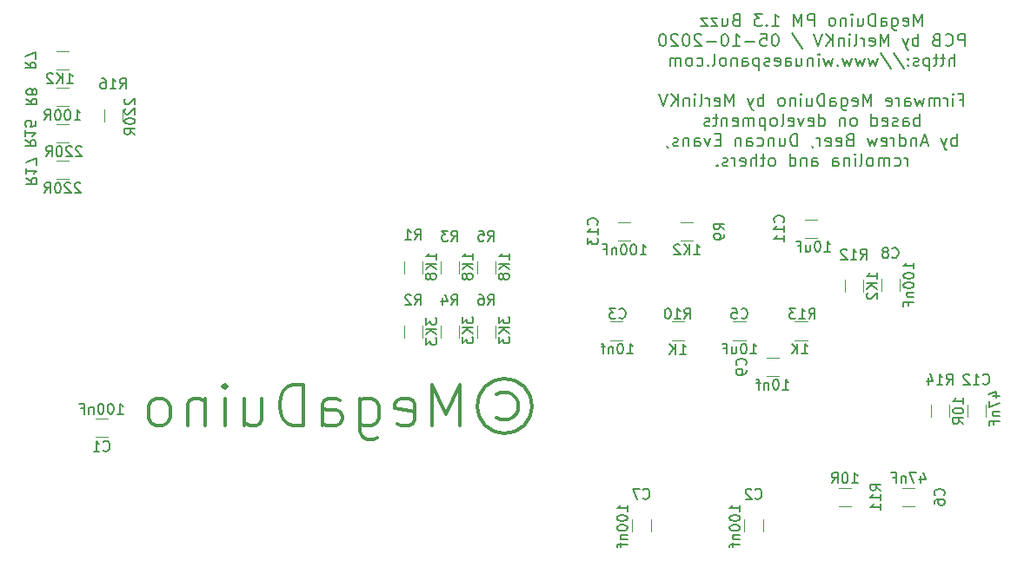
<source format=gbo>
G04 #@! TF.GenerationSoftware,KiCad,Pcbnew,(5.1.6)-1*
G04 #@! TF.CreationDate,2021-01-09T08:19:16+02:00*
G04 #@! TF.ProjectId,MegaDuino_PM_1_3_Buzz,4d656761-4475-4696-9e6f-5f504d5f315f,rev?*
G04 #@! TF.SameCoordinates,Original*
G04 #@! TF.FileFunction,Legend,Bot*
G04 #@! TF.FilePolarity,Positive*
%FSLAX46Y46*%
G04 Gerber Fmt 4.6, Leading zero omitted, Abs format (unit mm)*
G04 Created by KiCad (PCBNEW (5.1.6)-1) date 2021-01-09 08:19:16*
%MOMM*%
%LPD*%
G01*
G04 APERTURE LIST*
%ADD10C,0.150000*%
%ADD11C,0.300000*%
%ADD12C,0.120000*%
G04 APERTURE END LIST*
D10*
X206802285Y-117288857D02*
X206802285Y-116088857D01*
X206402285Y-116946000D01*
X206002285Y-116088857D01*
X206002285Y-117288857D01*
X204973714Y-117231714D02*
X205088000Y-117288857D01*
X205316571Y-117288857D01*
X205430857Y-117231714D01*
X205488000Y-117117428D01*
X205488000Y-116660285D01*
X205430857Y-116546000D01*
X205316571Y-116488857D01*
X205088000Y-116488857D01*
X204973714Y-116546000D01*
X204916571Y-116660285D01*
X204916571Y-116774571D01*
X205488000Y-116888857D01*
X203888000Y-116488857D02*
X203888000Y-117460285D01*
X203945142Y-117574571D01*
X204002285Y-117631714D01*
X204116571Y-117688857D01*
X204288000Y-117688857D01*
X204402285Y-117631714D01*
X203888000Y-117231714D02*
X204002285Y-117288857D01*
X204230857Y-117288857D01*
X204345142Y-117231714D01*
X204402285Y-117174571D01*
X204459428Y-117060285D01*
X204459428Y-116717428D01*
X204402285Y-116603142D01*
X204345142Y-116546000D01*
X204230857Y-116488857D01*
X204002285Y-116488857D01*
X203888000Y-116546000D01*
X202802285Y-117288857D02*
X202802285Y-116660285D01*
X202859428Y-116546000D01*
X202973714Y-116488857D01*
X203202285Y-116488857D01*
X203316571Y-116546000D01*
X202802285Y-117231714D02*
X202916571Y-117288857D01*
X203202285Y-117288857D01*
X203316571Y-117231714D01*
X203373714Y-117117428D01*
X203373714Y-117003142D01*
X203316571Y-116888857D01*
X203202285Y-116831714D01*
X202916571Y-116831714D01*
X202802285Y-116774571D01*
X202230857Y-117288857D02*
X202230857Y-116088857D01*
X201945142Y-116088857D01*
X201773714Y-116146000D01*
X201659428Y-116260285D01*
X201602285Y-116374571D01*
X201545142Y-116603142D01*
X201545142Y-116774571D01*
X201602285Y-117003142D01*
X201659428Y-117117428D01*
X201773714Y-117231714D01*
X201945142Y-117288857D01*
X202230857Y-117288857D01*
X200516571Y-116488857D02*
X200516571Y-117288857D01*
X201030857Y-116488857D02*
X201030857Y-117117428D01*
X200973714Y-117231714D01*
X200859428Y-117288857D01*
X200688000Y-117288857D01*
X200573714Y-117231714D01*
X200516571Y-117174571D01*
X199945142Y-117288857D02*
X199945142Y-116488857D01*
X199945142Y-116088857D02*
X200002285Y-116146000D01*
X199945142Y-116203142D01*
X199888000Y-116146000D01*
X199945142Y-116088857D01*
X199945142Y-116203142D01*
X199373714Y-116488857D02*
X199373714Y-117288857D01*
X199373714Y-116603142D02*
X199316571Y-116546000D01*
X199202285Y-116488857D01*
X199030857Y-116488857D01*
X198916571Y-116546000D01*
X198859428Y-116660285D01*
X198859428Y-117288857D01*
X198116571Y-117288857D02*
X198230857Y-117231714D01*
X198288000Y-117174571D01*
X198345142Y-117060285D01*
X198345142Y-116717428D01*
X198288000Y-116603142D01*
X198230857Y-116546000D01*
X198116571Y-116488857D01*
X197945142Y-116488857D01*
X197830857Y-116546000D01*
X197773714Y-116603142D01*
X197716571Y-116717428D01*
X197716571Y-117060285D01*
X197773714Y-117174571D01*
X197830857Y-117231714D01*
X197945142Y-117288857D01*
X198116571Y-117288857D01*
X196288000Y-117288857D02*
X196288000Y-116088857D01*
X195830857Y-116088857D01*
X195716571Y-116146000D01*
X195659428Y-116203142D01*
X195602285Y-116317428D01*
X195602285Y-116488857D01*
X195659428Y-116603142D01*
X195716571Y-116660285D01*
X195830857Y-116717428D01*
X196288000Y-116717428D01*
X195088000Y-117288857D02*
X195088000Y-116088857D01*
X194688000Y-116946000D01*
X194288000Y-116088857D01*
X194288000Y-117288857D01*
X192173714Y-117288857D02*
X192859428Y-117288857D01*
X192516571Y-117288857D02*
X192516571Y-116088857D01*
X192630857Y-116260285D01*
X192745142Y-116374571D01*
X192859428Y-116431714D01*
X191659428Y-117174571D02*
X191602285Y-117231714D01*
X191659428Y-117288857D01*
X191716571Y-117231714D01*
X191659428Y-117174571D01*
X191659428Y-117288857D01*
X191202285Y-116088857D02*
X190459428Y-116088857D01*
X190859428Y-116546000D01*
X190688000Y-116546000D01*
X190573714Y-116603142D01*
X190516571Y-116660285D01*
X190459428Y-116774571D01*
X190459428Y-117060285D01*
X190516571Y-117174571D01*
X190573714Y-117231714D01*
X190688000Y-117288857D01*
X191030857Y-117288857D01*
X191145142Y-117231714D01*
X191202285Y-117174571D01*
X188630857Y-116660285D02*
X188459428Y-116717428D01*
X188402285Y-116774571D01*
X188345142Y-116888857D01*
X188345142Y-117060285D01*
X188402285Y-117174571D01*
X188459428Y-117231714D01*
X188573714Y-117288857D01*
X189030857Y-117288857D01*
X189030857Y-116088857D01*
X188630857Y-116088857D01*
X188516571Y-116146000D01*
X188459428Y-116203142D01*
X188402285Y-116317428D01*
X188402285Y-116431714D01*
X188459428Y-116546000D01*
X188516571Y-116603142D01*
X188630857Y-116660285D01*
X189030857Y-116660285D01*
X187316571Y-116488857D02*
X187316571Y-117288857D01*
X187830857Y-116488857D02*
X187830857Y-117117428D01*
X187773714Y-117231714D01*
X187659428Y-117288857D01*
X187488000Y-117288857D01*
X187373714Y-117231714D01*
X187316571Y-117174571D01*
X186859428Y-116488857D02*
X186230857Y-116488857D01*
X186859428Y-117288857D01*
X186230857Y-117288857D01*
X185888000Y-116488857D02*
X185259428Y-116488857D01*
X185888000Y-117288857D01*
X185259428Y-117288857D01*
X210945142Y-119238857D02*
X210945142Y-118038857D01*
X210488000Y-118038857D01*
X210373714Y-118096000D01*
X210316571Y-118153142D01*
X210259428Y-118267428D01*
X210259428Y-118438857D01*
X210316571Y-118553142D01*
X210373714Y-118610285D01*
X210488000Y-118667428D01*
X210945142Y-118667428D01*
X209059428Y-119124571D02*
X209116571Y-119181714D01*
X209288000Y-119238857D01*
X209402285Y-119238857D01*
X209573714Y-119181714D01*
X209688000Y-119067428D01*
X209745142Y-118953142D01*
X209802285Y-118724571D01*
X209802285Y-118553142D01*
X209745142Y-118324571D01*
X209688000Y-118210285D01*
X209573714Y-118096000D01*
X209402285Y-118038857D01*
X209288000Y-118038857D01*
X209116571Y-118096000D01*
X209059428Y-118153142D01*
X208145142Y-118610285D02*
X207973714Y-118667428D01*
X207916571Y-118724571D01*
X207859428Y-118838857D01*
X207859428Y-119010285D01*
X207916571Y-119124571D01*
X207973714Y-119181714D01*
X208088000Y-119238857D01*
X208545142Y-119238857D01*
X208545142Y-118038857D01*
X208145142Y-118038857D01*
X208030857Y-118096000D01*
X207973714Y-118153142D01*
X207916571Y-118267428D01*
X207916571Y-118381714D01*
X207973714Y-118496000D01*
X208030857Y-118553142D01*
X208145142Y-118610285D01*
X208545142Y-118610285D01*
X206430857Y-119238857D02*
X206430857Y-118038857D01*
X206430857Y-118496000D02*
X206316571Y-118438857D01*
X206088000Y-118438857D01*
X205973714Y-118496000D01*
X205916571Y-118553142D01*
X205859428Y-118667428D01*
X205859428Y-119010285D01*
X205916571Y-119124571D01*
X205973714Y-119181714D01*
X206088000Y-119238857D01*
X206316571Y-119238857D01*
X206430857Y-119181714D01*
X205459428Y-118438857D02*
X205173714Y-119238857D01*
X204888000Y-118438857D02*
X205173714Y-119238857D01*
X205288000Y-119524571D01*
X205345142Y-119581714D01*
X205459428Y-119638857D01*
X203516571Y-119238857D02*
X203516571Y-118038857D01*
X203116571Y-118896000D01*
X202716571Y-118038857D01*
X202716571Y-119238857D01*
X201688000Y-119181714D02*
X201802285Y-119238857D01*
X202030857Y-119238857D01*
X202145142Y-119181714D01*
X202202285Y-119067428D01*
X202202285Y-118610285D01*
X202145142Y-118496000D01*
X202030857Y-118438857D01*
X201802285Y-118438857D01*
X201688000Y-118496000D01*
X201630857Y-118610285D01*
X201630857Y-118724571D01*
X202202285Y-118838857D01*
X201116571Y-119238857D02*
X201116571Y-118438857D01*
X201116571Y-118667428D02*
X201059428Y-118553142D01*
X201002285Y-118496000D01*
X200888000Y-118438857D01*
X200773714Y-118438857D01*
X200202285Y-119238857D02*
X200316571Y-119181714D01*
X200373714Y-119067428D01*
X200373714Y-118038857D01*
X199745142Y-119238857D02*
X199745142Y-118438857D01*
X199745142Y-118038857D02*
X199802285Y-118096000D01*
X199745142Y-118153142D01*
X199688000Y-118096000D01*
X199745142Y-118038857D01*
X199745142Y-118153142D01*
X199173714Y-118438857D02*
X199173714Y-119238857D01*
X199173714Y-118553142D02*
X199116571Y-118496000D01*
X199002285Y-118438857D01*
X198830857Y-118438857D01*
X198716571Y-118496000D01*
X198659428Y-118610285D01*
X198659428Y-119238857D01*
X198088000Y-119238857D02*
X198088000Y-118038857D01*
X197402285Y-119238857D02*
X197916571Y-118553142D01*
X197402285Y-118038857D02*
X198088000Y-118724571D01*
X197059428Y-118038857D02*
X196659428Y-119238857D01*
X196259428Y-118038857D01*
X194088000Y-117981714D02*
X195116571Y-119524571D01*
X192545142Y-118038857D02*
X192430857Y-118038857D01*
X192316571Y-118096000D01*
X192259428Y-118153142D01*
X192202285Y-118267428D01*
X192145142Y-118496000D01*
X192145142Y-118781714D01*
X192202285Y-119010285D01*
X192259428Y-119124571D01*
X192316571Y-119181714D01*
X192430857Y-119238857D01*
X192545142Y-119238857D01*
X192659428Y-119181714D01*
X192716571Y-119124571D01*
X192773714Y-119010285D01*
X192830857Y-118781714D01*
X192830857Y-118496000D01*
X192773714Y-118267428D01*
X192716571Y-118153142D01*
X192659428Y-118096000D01*
X192545142Y-118038857D01*
X191059428Y-118038857D02*
X191630857Y-118038857D01*
X191688000Y-118610285D01*
X191630857Y-118553142D01*
X191516571Y-118496000D01*
X191230857Y-118496000D01*
X191116571Y-118553142D01*
X191059428Y-118610285D01*
X191002285Y-118724571D01*
X191002285Y-119010285D01*
X191059428Y-119124571D01*
X191116571Y-119181714D01*
X191230857Y-119238857D01*
X191516571Y-119238857D01*
X191630857Y-119181714D01*
X191688000Y-119124571D01*
X190488000Y-118781714D02*
X189573714Y-118781714D01*
X188373714Y-119238857D02*
X189059428Y-119238857D01*
X188716571Y-119238857D02*
X188716571Y-118038857D01*
X188830857Y-118210285D01*
X188945142Y-118324571D01*
X189059428Y-118381714D01*
X187630857Y-118038857D02*
X187516571Y-118038857D01*
X187402285Y-118096000D01*
X187345142Y-118153142D01*
X187288000Y-118267428D01*
X187230857Y-118496000D01*
X187230857Y-118781714D01*
X187288000Y-119010285D01*
X187345142Y-119124571D01*
X187402285Y-119181714D01*
X187516571Y-119238857D01*
X187630857Y-119238857D01*
X187745142Y-119181714D01*
X187802285Y-119124571D01*
X187859428Y-119010285D01*
X187916571Y-118781714D01*
X187916571Y-118496000D01*
X187859428Y-118267428D01*
X187802285Y-118153142D01*
X187745142Y-118096000D01*
X187630857Y-118038857D01*
X186716571Y-118781714D02*
X185802285Y-118781714D01*
X185288000Y-118153142D02*
X185230857Y-118096000D01*
X185116571Y-118038857D01*
X184830857Y-118038857D01*
X184716571Y-118096000D01*
X184659428Y-118153142D01*
X184602285Y-118267428D01*
X184602285Y-118381714D01*
X184659428Y-118553142D01*
X185345142Y-119238857D01*
X184602285Y-119238857D01*
X183859428Y-118038857D02*
X183745142Y-118038857D01*
X183630857Y-118096000D01*
X183573714Y-118153142D01*
X183516571Y-118267428D01*
X183459428Y-118496000D01*
X183459428Y-118781714D01*
X183516571Y-119010285D01*
X183573714Y-119124571D01*
X183630857Y-119181714D01*
X183745142Y-119238857D01*
X183859428Y-119238857D01*
X183973714Y-119181714D01*
X184030857Y-119124571D01*
X184088000Y-119010285D01*
X184145142Y-118781714D01*
X184145142Y-118496000D01*
X184088000Y-118267428D01*
X184030857Y-118153142D01*
X183973714Y-118096000D01*
X183859428Y-118038857D01*
X183002285Y-118153142D02*
X182945142Y-118096000D01*
X182830857Y-118038857D01*
X182545142Y-118038857D01*
X182430857Y-118096000D01*
X182373714Y-118153142D01*
X182316571Y-118267428D01*
X182316571Y-118381714D01*
X182373714Y-118553142D01*
X183059428Y-119238857D01*
X182316571Y-119238857D01*
X181573714Y-118038857D02*
X181459428Y-118038857D01*
X181345142Y-118096000D01*
X181288000Y-118153142D01*
X181230857Y-118267428D01*
X181173714Y-118496000D01*
X181173714Y-118781714D01*
X181230857Y-119010285D01*
X181288000Y-119124571D01*
X181345142Y-119181714D01*
X181459428Y-119238857D01*
X181573714Y-119238857D01*
X181688000Y-119181714D01*
X181745142Y-119124571D01*
X181802285Y-119010285D01*
X181859428Y-118781714D01*
X181859428Y-118496000D01*
X181802285Y-118267428D01*
X181745142Y-118153142D01*
X181688000Y-118096000D01*
X181573714Y-118038857D01*
X209945142Y-121188857D02*
X209945142Y-119988857D01*
X209430857Y-121188857D02*
X209430857Y-120560285D01*
X209488000Y-120446000D01*
X209602285Y-120388857D01*
X209773714Y-120388857D01*
X209888000Y-120446000D01*
X209945142Y-120503142D01*
X209030857Y-120388857D02*
X208573714Y-120388857D01*
X208859428Y-119988857D02*
X208859428Y-121017428D01*
X208802285Y-121131714D01*
X208688000Y-121188857D01*
X208573714Y-121188857D01*
X208345142Y-120388857D02*
X207888000Y-120388857D01*
X208173714Y-119988857D02*
X208173714Y-121017428D01*
X208116571Y-121131714D01*
X208002285Y-121188857D01*
X207888000Y-121188857D01*
X207488000Y-120388857D02*
X207488000Y-121588857D01*
X207488000Y-120446000D02*
X207373714Y-120388857D01*
X207145142Y-120388857D01*
X207030857Y-120446000D01*
X206973714Y-120503142D01*
X206916571Y-120617428D01*
X206916571Y-120960285D01*
X206973714Y-121074571D01*
X207030857Y-121131714D01*
X207145142Y-121188857D01*
X207373714Y-121188857D01*
X207488000Y-121131714D01*
X206459428Y-121131714D02*
X206345142Y-121188857D01*
X206116571Y-121188857D01*
X206002285Y-121131714D01*
X205945142Y-121017428D01*
X205945142Y-120960285D01*
X206002285Y-120846000D01*
X206116571Y-120788857D01*
X206288000Y-120788857D01*
X206402285Y-120731714D01*
X206459428Y-120617428D01*
X206459428Y-120560285D01*
X206402285Y-120446000D01*
X206288000Y-120388857D01*
X206116571Y-120388857D01*
X206002285Y-120446000D01*
X205430857Y-121074571D02*
X205373714Y-121131714D01*
X205430857Y-121188857D01*
X205488000Y-121131714D01*
X205430857Y-121074571D01*
X205430857Y-121188857D01*
X205430857Y-120446000D02*
X205373714Y-120503142D01*
X205430857Y-120560285D01*
X205488000Y-120503142D01*
X205430857Y-120446000D01*
X205430857Y-120560285D01*
X204002285Y-119931714D02*
X205030857Y-121474571D01*
X202745142Y-119931714D02*
X203773714Y-121474571D01*
X202459428Y-120388857D02*
X202230857Y-121188857D01*
X202002285Y-120617428D01*
X201773714Y-121188857D01*
X201545142Y-120388857D01*
X201202285Y-120388857D02*
X200973714Y-121188857D01*
X200745142Y-120617428D01*
X200516571Y-121188857D01*
X200288000Y-120388857D01*
X199945142Y-120388857D02*
X199716571Y-121188857D01*
X199488000Y-120617428D01*
X199259428Y-121188857D01*
X199030857Y-120388857D01*
X198573714Y-121074571D02*
X198516571Y-121131714D01*
X198573714Y-121188857D01*
X198630857Y-121131714D01*
X198573714Y-121074571D01*
X198573714Y-121188857D01*
X198116571Y-120388857D02*
X197888000Y-121188857D01*
X197659428Y-120617428D01*
X197430857Y-121188857D01*
X197202285Y-120388857D01*
X196745142Y-121188857D02*
X196745142Y-120388857D01*
X196745142Y-119988857D02*
X196802285Y-120046000D01*
X196745142Y-120103142D01*
X196688000Y-120046000D01*
X196745142Y-119988857D01*
X196745142Y-120103142D01*
X196173714Y-120388857D02*
X196173714Y-121188857D01*
X196173714Y-120503142D02*
X196116571Y-120446000D01*
X196002285Y-120388857D01*
X195830857Y-120388857D01*
X195716571Y-120446000D01*
X195659428Y-120560285D01*
X195659428Y-121188857D01*
X194573714Y-120388857D02*
X194573714Y-121188857D01*
X195088000Y-120388857D02*
X195088000Y-121017428D01*
X195030857Y-121131714D01*
X194916571Y-121188857D01*
X194745142Y-121188857D01*
X194630857Y-121131714D01*
X194573714Y-121074571D01*
X193488000Y-121188857D02*
X193488000Y-120560285D01*
X193545142Y-120446000D01*
X193659428Y-120388857D01*
X193888000Y-120388857D01*
X194002285Y-120446000D01*
X193488000Y-121131714D02*
X193602285Y-121188857D01*
X193888000Y-121188857D01*
X194002285Y-121131714D01*
X194059428Y-121017428D01*
X194059428Y-120903142D01*
X194002285Y-120788857D01*
X193888000Y-120731714D01*
X193602285Y-120731714D01*
X193488000Y-120674571D01*
X192459428Y-121131714D02*
X192573714Y-121188857D01*
X192802285Y-121188857D01*
X192916571Y-121131714D01*
X192973714Y-121017428D01*
X192973714Y-120560285D01*
X192916571Y-120446000D01*
X192802285Y-120388857D01*
X192573714Y-120388857D01*
X192459428Y-120446000D01*
X192402285Y-120560285D01*
X192402285Y-120674571D01*
X192973714Y-120788857D01*
X191945142Y-121131714D02*
X191830857Y-121188857D01*
X191602285Y-121188857D01*
X191488000Y-121131714D01*
X191430857Y-121017428D01*
X191430857Y-120960285D01*
X191488000Y-120846000D01*
X191602285Y-120788857D01*
X191773714Y-120788857D01*
X191888000Y-120731714D01*
X191945142Y-120617428D01*
X191945142Y-120560285D01*
X191888000Y-120446000D01*
X191773714Y-120388857D01*
X191602285Y-120388857D01*
X191488000Y-120446000D01*
X190916571Y-120388857D02*
X190916571Y-121588857D01*
X190916571Y-120446000D02*
X190802285Y-120388857D01*
X190573714Y-120388857D01*
X190459428Y-120446000D01*
X190402285Y-120503142D01*
X190345142Y-120617428D01*
X190345142Y-120960285D01*
X190402285Y-121074571D01*
X190459428Y-121131714D01*
X190573714Y-121188857D01*
X190802285Y-121188857D01*
X190916571Y-121131714D01*
X189316571Y-121188857D02*
X189316571Y-120560285D01*
X189373714Y-120446000D01*
X189488000Y-120388857D01*
X189716571Y-120388857D01*
X189830857Y-120446000D01*
X189316571Y-121131714D02*
X189430857Y-121188857D01*
X189716571Y-121188857D01*
X189830857Y-121131714D01*
X189888000Y-121017428D01*
X189888000Y-120903142D01*
X189830857Y-120788857D01*
X189716571Y-120731714D01*
X189430857Y-120731714D01*
X189316571Y-120674571D01*
X188745142Y-120388857D02*
X188745142Y-121188857D01*
X188745142Y-120503142D02*
X188688000Y-120446000D01*
X188573714Y-120388857D01*
X188402285Y-120388857D01*
X188288000Y-120446000D01*
X188230857Y-120560285D01*
X188230857Y-121188857D01*
X187488000Y-121188857D02*
X187602285Y-121131714D01*
X187659428Y-121074571D01*
X187716571Y-120960285D01*
X187716571Y-120617428D01*
X187659428Y-120503142D01*
X187602285Y-120446000D01*
X187488000Y-120388857D01*
X187316571Y-120388857D01*
X187202285Y-120446000D01*
X187145142Y-120503142D01*
X187088000Y-120617428D01*
X187088000Y-120960285D01*
X187145142Y-121074571D01*
X187202285Y-121131714D01*
X187316571Y-121188857D01*
X187488000Y-121188857D01*
X186402285Y-121188857D02*
X186516571Y-121131714D01*
X186573714Y-121017428D01*
X186573714Y-119988857D01*
X185945142Y-121074571D02*
X185888000Y-121131714D01*
X185945142Y-121188857D01*
X186002285Y-121131714D01*
X185945142Y-121074571D01*
X185945142Y-121188857D01*
X184859428Y-121131714D02*
X184973714Y-121188857D01*
X185202285Y-121188857D01*
X185316571Y-121131714D01*
X185373714Y-121074571D01*
X185430857Y-120960285D01*
X185430857Y-120617428D01*
X185373714Y-120503142D01*
X185316571Y-120446000D01*
X185202285Y-120388857D01*
X184973714Y-120388857D01*
X184859428Y-120446000D01*
X184173714Y-121188857D02*
X184288000Y-121131714D01*
X184345142Y-121074571D01*
X184402285Y-120960285D01*
X184402285Y-120617428D01*
X184345142Y-120503142D01*
X184288000Y-120446000D01*
X184173714Y-120388857D01*
X184002285Y-120388857D01*
X183888000Y-120446000D01*
X183830857Y-120503142D01*
X183773714Y-120617428D01*
X183773714Y-120960285D01*
X183830857Y-121074571D01*
X183888000Y-121131714D01*
X184002285Y-121188857D01*
X184173714Y-121188857D01*
X183259428Y-121188857D02*
X183259428Y-120388857D01*
X183259428Y-120503142D02*
X183202285Y-120446000D01*
X183088000Y-120388857D01*
X182916571Y-120388857D01*
X182802285Y-120446000D01*
X182745142Y-120560285D01*
X182745142Y-121188857D01*
X182745142Y-120560285D02*
X182688000Y-120446000D01*
X182573714Y-120388857D01*
X182402285Y-120388857D01*
X182288000Y-120446000D01*
X182230857Y-120560285D01*
X182230857Y-121188857D01*
X210430857Y-124460285D02*
X210830857Y-124460285D01*
X210830857Y-125088857D02*
X210830857Y-123888857D01*
X210259428Y-123888857D01*
X209802285Y-125088857D02*
X209802285Y-124288857D01*
X209802285Y-123888857D02*
X209859428Y-123946000D01*
X209802285Y-124003142D01*
X209745142Y-123946000D01*
X209802285Y-123888857D01*
X209802285Y-124003142D01*
X209230857Y-125088857D02*
X209230857Y-124288857D01*
X209230857Y-124517428D02*
X209173714Y-124403142D01*
X209116571Y-124346000D01*
X209002285Y-124288857D01*
X208888000Y-124288857D01*
X208488000Y-125088857D02*
X208488000Y-124288857D01*
X208488000Y-124403142D02*
X208430857Y-124346000D01*
X208316571Y-124288857D01*
X208145142Y-124288857D01*
X208030857Y-124346000D01*
X207973714Y-124460285D01*
X207973714Y-125088857D01*
X207973714Y-124460285D02*
X207916571Y-124346000D01*
X207802285Y-124288857D01*
X207630857Y-124288857D01*
X207516571Y-124346000D01*
X207459428Y-124460285D01*
X207459428Y-125088857D01*
X207002285Y-124288857D02*
X206773714Y-125088857D01*
X206545142Y-124517428D01*
X206316571Y-125088857D01*
X206088000Y-124288857D01*
X205116571Y-125088857D02*
X205116571Y-124460285D01*
X205173714Y-124346000D01*
X205288000Y-124288857D01*
X205516571Y-124288857D01*
X205630857Y-124346000D01*
X205116571Y-125031714D02*
X205230857Y-125088857D01*
X205516571Y-125088857D01*
X205630857Y-125031714D01*
X205688000Y-124917428D01*
X205688000Y-124803142D01*
X205630857Y-124688857D01*
X205516571Y-124631714D01*
X205230857Y-124631714D01*
X205116571Y-124574571D01*
X204545142Y-125088857D02*
X204545142Y-124288857D01*
X204545142Y-124517428D02*
X204488000Y-124403142D01*
X204430857Y-124346000D01*
X204316571Y-124288857D01*
X204202285Y-124288857D01*
X203345142Y-125031714D02*
X203459428Y-125088857D01*
X203688000Y-125088857D01*
X203802285Y-125031714D01*
X203859428Y-124917428D01*
X203859428Y-124460285D01*
X203802285Y-124346000D01*
X203688000Y-124288857D01*
X203459428Y-124288857D01*
X203345142Y-124346000D01*
X203288000Y-124460285D01*
X203288000Y-124574571D01*
X203859428Y-124688857D01*
X201859428Y-125088857D02*
X201859428Y-123888857D01*
X201459428Y-124746000D01*
X201059428Y-123888857D01*
X201059428Y-125088857D01*
X200030857Y-125031714D02*
X200145142Y-125088857D01*
X200373714Y-125088857D01*
X200488000Y-125031714D01*
X200545142Y-124917428D01*
X200545142Y-124460285D01*
X200488000Y-124346000D01*
X200373714Y-124288857D01*
X200145142Y-124288857D01*
X200030857Y-124346000D01*
X199973714Y-124460285D01*
X199973714Y-124574571D01*
X200545142Y-124688857D01*
X198945142Y-124288857D02*
X198945142Y-125260285D01*
X199002285Y-125374571D01*
X199059428Y-125431714D01*
X199173714Y-125488857D01*
X199345142Y-125488857D01*
X199459428Y-125431714D01*
X198945142Y-125031714D02*
X199059428Y-125088857D01*
X199288000Y-125088857D01*
X199402285Y-125031714D01*
X199459428Y-124974571D01*
X199516571Y-124860285D01*
X199516571Y-124517428D01*
X199459428Y-124403142D01*
X199402285Y-124346000D01*
X199288000Y-124288857D01*
X199059428Y-124288857D01*
X198945142Y-124346000D01*
X197859428Y-125088857D02*
X197859428Y-124460285D01*
X197916571Y-124346000D01*
X198030857Y-124288857D01*
X198259428Y-124288857D01*
X198373714Y-124346000D01*
X197859428Y-125031714D02*
X197973714Y-125088857D01*
X198259428Y-125088857D01*
X198373714Y-125031714D01*
X198430857Y-124917428D01*
X198430857Y-124803142D01*
X198373714Y-124688857D01*
X198259428Y-124631714D01*
X197973714Y-124631714D01*
X197859428Y-124574571D01*
X197288000Y-125088857D02*
X197288000Y-123888857D01*
X197002285Y-123888857D01*
X196830857Y-123946000D01*
X196716571Y-124060285D01*
X196659428Y-124174571D01*
X196602285Y-124403142D01*
X196602285Y-124574571D01*
X196659428Y-124803142D01*
X196716571Y-124917428D01*
X196830857Y-125031714D01*
X197002285Y-125088857D01*
X197288000Y-125088857D01*
X195573714Y-124288857D02*
X195573714Y-125088857D01*
X196088000Y-124288857D02*
X196088000Y-124917428D01*
X196030857Y-125031714D01*
X195916571Y-125088857D01*
X195745142Y-125088857D01*
X195630857Y-125031714D01*
X195573714Y-124974571D01*
X195002285Y-125088857D02*
X195002285Y-124288857D01*
X195002285Y-123888857D02*
X195059428Y-123946000D01*
X195002285Y-124003142D01*
X194945142Y-123946000D01*
X195002285Y-123888857D01*
X195002285Y-124003142D01*
X194430857Y-124288857D02*
X194430857Y-125088857D01*
X194430857Y-124403142D02*
X194373714Y-124346000D01*
X194259428Y-124288857D01*
X194088000Y-124288857D01*
X193973714Y-124346000D01*
X193916571Y-124460285D01*
X193916571Y-125088857D01*
X193173714Y-125088857D02*
X193288000Y-125031714D01*
X193345142Y-124974571D01*
X193402285Y-124860285D01*
X193402285Y-124517428D01*
X193345142Y-124403142D01*
X193288000Y-124346000D01*
X193173714Y-124288857D01*
X193002285Y-124288857D01*
X192888000Y-124346000D01*
X192830857Y-124403142D01*
X192773714Y-124517428D01*
X192773714Y-124860285D01*
X192830857Y-124974571D01*
X192888000Y-125031714D01*
X193002285Y-125088857D01*
X193173714Y-125088857D01*
X191345142Y-125088857D02*
X191345142Y-123888857D01*
X191345142Y-124346000D02*
X191230857Y-124288857D01*
X191002285Y-124288857D01*
X190888000Y-124346000D01*
X190830857Y-124403142D01*
X190773714Y-124517428D01*
X190773714Y-124860285D01*
X190830857Y-124974571D01*
X190888000Y-125031714D01*
X191002285Y-125088857D01*
X191230857Y-125088857D01*
X191345142Y-125031714D01*
X190373714Y-124288857D02*
X190088000Y-125088857D01*
X189802285Y-124288857D02*
X190088000Y-125088857D01*
X190202285Y-125374571D01*
X190259428Y-125431714D01*
X190373714Y-125488857D01*
X188430857Y-125088857D02*
X188430857Y-123888857D01*
X188030857Y-124746000D01*
X187630857Y-123888857D01*
X187630857Y-125088857D01*
X186602285Y-125031714D02*
X186716571Y-125088857D01*
X186945142Y-125088857D01*
X187059428Y-125031714D01*
X187116571Y-124917428D01*
X187116571Y-124460285D01*
X187059428Y-124346000D01*
X186945142Y-124288857D01*
X186716571Y-124288857D01*
X186602285Y-124346000D01*
X186545142Y-124460285D01*
X186545142Y-124574571D01*
X187116571Y-124688857D01*
X186030857Y-125088857D02*
X186030857Y-124288857D01*
X186030857Y-124517428D02*
X185973714Y-124403142D01*
X185916571Y-124346000D01*
X185802285Y-124288857D01*
X185688000Y-124288857D01*
X185116571Y-125088857D02*
X185230857Y-125031714D01*
X185288000Y-124917428D01*
X185288000Y-123888857D01*
X184659428Y-125088857D02*
X184659428Y-124288857D01*
X184659428Y-123888857D02*
X184716571Y-123946000D01*
X184659428Y-124003142D01*
X184602285Y-123946000D01*
X184659428Y-123888857D01*
X184659428Y-124003142D01*
X184088000Y-124288857D02*
X184088000Y-125088857D01*
X184088000Y-124403142D02*
X184030857Y-124346000D01*
X183916571Y-124288857D01*
X183745142Y-124288857D01*
X183630857Y-124346000D01*
X183573714Y-124460285D01*
X183573714Y-125088857D01*
X183002285Y-125088857D02*
X183002285Y-123888857D01*
X182316571Y-125088857D02*
X182830857Y-124403142D01*
X182316571Y-123888857D02*
X183002285Y-124574571D01*
X181973714Y-123888857D02*
X181573714Y-125088857D01*
X181173714Y-123888857D01*
X206545142Y-127038857D02*
X206545142Y-125838857D01*
X206545142Y-126296000D02*
X206430857Y-126238857D01*
X206202285Y-126238857D01*
X206088000Y-126296000D01*
X206030857Y-126353142D01*
X205973714Y-126467428D01*
X205973714Y-126810285D01*
X206030857Y-126924571D01*
X206088000Y-126981714D01*
X206202285Y-127038857D01*
X206430857Y-127038857D01*
X206545142Y-126981714D01*
X204945142Y-127038857D02*
X204945142Y-126410285D01*
X205002285Y-126296000D01*
X205116571Y-126238857D01*
X205345142Y-126238857D01*
X205459428Y-126296000D01*
X204945142Y-126981714D02*
X205059428Y-127038857D01*
X205345142Y-127038857D01*
X205459428Y-126981714D01*
X205516571Y-126867428D01*
X205516571Y-126753142D01*
X205459428Y-126638857D01*
X205345142Y-126581714D01*
X205059428Y-126581714D01*
X204945142Y-126524571D01*
X204430857Y-126981714D02*
X204316571Y-127038857D01*
X204088000Y-127038857D01*
X203973714Y-126981714D01*
X203916571Y-126867428D01*
X203916571Y-126810285D01*
X203973714Y-126696000D01*
X204088000Y-126638857D01*
X204259428Y-126638857D01*
X204373714Y-126581714D01*
X204430857Y-126467428D01*
X204430857Y-126410285D01*
X204373714Y-126296000D01*
X204259428Y-126238857D01*
X204088000Y-126238857D01*
X203973714Y-126296000D01*
X202945142Y-126981714D02*
X203059428Y-127038857D01*
X203288000Y-127038857D01*
X203402285Y-126981714D01*
X203459428Y-126867428D01*
X203459428Y-126410285D01*
X203402285Y-126296000D01*
X203288000Y-126238857D01*
X203059428Y-126238857D01*
X202945142Y-126296000D01*
X202888000Y-126410285D01*
X202888000Y-126524571D01*
X203459428Y-126638857D01*
X201859428Y-127038857D02*
X201859428Y-125838857D01*
X201859428Y-126981714D02*
X201973714Y-127038857D01*
X202202285Y-127038857D01*
X202316571Y-126981714D01*
X202373714Y-126924571D01*
X202430857Y-126810285D01*
X202430857Y-126467428D01*
X202373714Y-126353142D01*
X202316571Y-126296000D01*
X202202285Y-126238857D01*
X201973714Y-126238857D01*
X201859428Y-126296000D01*
X200202285Y-127038857D02*
X200316571Y-126981714D01*
X200373714Y-126924571D01*
X200430857Y-126810285D01*
X200430857Y-126467428D01*
X200373714Y-126353142D01*
X200316571Y-126296000D01*
X200202285Y-126238857D01*
X200030857Y-126238857D01*
X199916571Y-126296000D01*
X199859428Y-126353142D01*
X199802285Y-126467428D01*
X199802285Y-126810285D01*
X199859428Y-126924571D01*
X199916571Y-126981714D01*
X200030857Y-127038857D01*
X200202285Y-127038857D01*
X199288000Y-126238857D02*
X199288000Y-127038857D01*
X199288000Y-126353142D02*
X199230857Y-126296000D01*
X199116571Y-126238857D01*
X198945142Y-126238857D01*
X198830857Y-126296000D01*
X198773714Y-126410285D01*
X198773714Y-127038857D01*
X196773714Y-127038857D02*
X196773714Y-125838857D01*
X196773714Y-126981714D02*
X196888000Y-127038857D01*
X197116571Y-127038857D01*
X197230857Y-126981714D01*
X197288000Y-126924571D01*
X197345142Y-126810285D01*
X197345142Y-126467428D01*
X197288000Y-126353142D01*
X197230857Y-126296000D01*
X197116571Y-126238857D01*
X196888000Y-126238857D01*
X196773714Y-126296000D01*
X195745142Y-126981714D02*
X195859428Y-127038857D01*
X196088000Y-127038857D01*
X196202285Y-126981714D01*
X196259428Y-126867428D01*
X196259428Y-126410285D01*
X196202285Y-126296000D01*
X196088000Y-126238857D01*
X195859428Y-126238857D01*
X195745142Y-126296000D01*
X195688000Y-126410285D01*
X195688000Y-126524571D01*
X196259428Y-126638857D01*
X195288000Y-126238857D02*
X195002285Y-127038857D01*
X194716571Y-126238857D01*
X193802285Y-126981714D02*
X193916571Y-127038857D01*
X194145142Y-127038857D01*
X194259428Y-126981714D01*
X194316571Y-126867428D01*
X194316571Y-126410285D01*
X194259428Y-126296000D01*
X194145142Y-126238857D01*
X193916571Y-126238857D01*
X193802285Y-126296000D01*
X193745142Y-126410285D01*
X193745142Y-126524571D01*
X194316571Y-126638857D01*
X193059428Y-127038857D02*
X193173714Y-126981714D01*
X193230857Y-126867428D01*
X193230857Y-125838857D01*
X192430857Y-127038857D02*
X192545142Y-126981714D01*
X192602285Y-126924571D01*
X192659428Y-126810285D01*
X192659428Y-126467428D01*
X192602285Y-126353142D01*
X192545142Y-126296000D01*
X192430857Y-126238857D01*
X192259428Y-126238857D01*
X192145142Y-126296000D01*
X192088000Y-126353142D01*
X192030857Y-126467428D01*
X192030857Y-126810285D01*
X192088000Y-126924571D01*
X192145142Y-126981714D01*
X192259428Y-127038857D01*
X192430857Y-127038857D01*
X191516571Y-126238857D02*
X191516571Y-127438857D01*
X191516571Y-126296000D02*
X191402285Y-126238857D01*
X191173714Y-126238857D01*
X191059428Y-126296000D01*
X191002285Y-126353142D01*
X190945142Y-126467428D01*
X190945142Y-126810285D01*
X191002285Y-126924571D01*
X191059428Y-126981714D01*
X191173714Y-127038857D01*
X191402285Y-127038857D01*
X191516571Y-126981714D01*
X190430857Y-127038857D02*
X190430857Y-126238857D01*
X190430857Y-126353142D02*
X190373714Y-126296000D01*
X190259428Y-126238857D01*
X190088000Y-126238857D01*
X189973714Y-126296000D01*
X189916571Y-126410285D01*
X189916571Y-127038857D01*
X189916571Y-126410285D02*
X189859428Y-126296000D01*
X189745142Y-126238857D01*
X189573714Y-126238857D01*
X189459428Y-126296000D01*
X189402285Y-126410285D01*
X189402285Y-127038857D01*
X188373714Y-126981714D02*
X188488000Y-127038857D01*
X188716571Y-127038857D01*
X188830857Y-126981714D01*
X188888000Y-126867428D01*
X188888000Y-126410285D01*
X188830857Y-126296000D01*
X188716571Y-126238857D01*
X188488000Y-126238857D01*
X188373714Y-126296000D01*
X188316571Y-126410285D01*
X188316571Y-126524571D01*
X188888000Y-126638857D01*
X187802285Y-126238857D02*
X187802285Y-127038857D01*
X187802285Y-126353142D02*
X187745142Y-126296000D01*
X187630857Y-126238857D01*
X187459428Y-126238857D01*
X187345142Y-126296000D01*
X187288000Y-126410285D01*
X187288000Y-127038857D01*
X186888000Y-126238857D02*
X186430857Y-126238857D01*
X186716571Y-125838857D02*
X186716571Y-126867428D01*
X186659428Y-126981714D01*
X186545142Y-127038857D01*
X186430857Y-127038857D01*
X186088000Y-126981714D02*
X185973714Y-127038857D01*
X185745142Y-127038857D01*
X185630857Y-126981714D01*
X185573714Y-126867428D01*
X185573714Y-126810285D01*
X185630857Y-126696000D01*
X185745142Y-126638857D01*
X185916571Y-126638857D01*
X186030857Y-126581714D01*
X186088000Y-126467428D01*
X186088000Y-126410285D01*
X186030857Y-126296000D01*
X185916571Y-126238857D01*
X185745142Y-126238857D01*
X185630857Y-126296000D01*
X210173714Y-128988857D02*
X210173714Y-127788857D01*
X210173714Y-128246000D02*
X210059428Y-128188857D01*
X209830857Y-128188857D01*
X209716571Y-128246000D01*
X209659428Y-128303142D01*
X209602285Y-128417428D01*
X209602285Y-128760285D01*
X209659428Y-128874571D01*
X209716571Y-128931714D01*
X209830857Y-128988857D01*
X210059428Y-128988857D01*
X210173714Y-128931714D01*
X209202285Y-128188857D02*
X208916571Y-128988857D01*
X208630857Y-128188857D02*
X208916571Y-128988857D01*
X209030857Y-129274571D01*
X209088000Y-129331714D01*
X209202285Y-129388857D01*
X207316571Y-128646000D02*
X206745142Y-128646000D01*
X207430857Y-128988857D02*
X207030857Y-127788857D01*
X206630857Y-128988857D01*
X206230857Y-128188857D02*
X206230857Y-128988857D01*
X206230857Y-128303142D02*
X206173714Y-128246000D01*
X206059428Y-128188857D01*
X205888000Y-128188857D01*
X205773714Y-128246000D01*
X205716571Y-128360285D01*
X205716571Y-128988857D01*
X204630857Y-128988857D02*
X204630857Y-127788857D01*
X204630857Y-128931714D02*
X204745142Y-128988857D01*
X204973714Y-128988857D01*
X205088000Y-128931714D01*
X205145142Y-128874571D01*
X205202285Y-128760285D01*
X205202285Y-128417428D01*
X205145142Y-128303142D01*
X205088000Y-128246000D01*
X204973714Y-128188857D01*
X204745142Y-128188857D01*
X204630857Y-128246000D01*
X204059428Y-128988857D02*
X204059428Y-128188857D01*
X204059428Y-128417428D02*
X204002285Y-128303142D01*
X203945142Y-128246000D01*
X203830857Y-128188857D01*
X203716571Y-128188857D01*
X202859428Y-128931714D02*
X202973714Y-128988857D01*
X203202285Y-128988857D01*
X203316571Y-128931714D01*
X203373714Y-128817428D01*
X203373714Y-128360285D01*
X203316571Y-128246000D01*
X203202285Y-128188857D01*
X202973714Y-128188857D01*
X202859428Y-128246000D01*
X202802285Y-128360285D01*
X202802285Y-128474571D01*
X203373714Y-128588857D01*
X202402285Y-128188857D02*
X202173714Y-128988857D01*
X201945142Y-128417428D01*
X201716571Y-128988857D01*
X201488000Y-128188857D01*
X199716571Y-128360285D02*
X199545142Y-128417428D01*
X199488000Y-128474571D01*
X199430857Y-128588857D01*
X199430857Y-128760285D01*
X199488000Y-128874571D01*
X199545142Y-128931714D01*
X199659428Y-128988857D01*
X200116571Y-128988857D01*
X200116571Y-127788857D01*
X199716571Y-127788857D01*
X199602285Y-127846000D01*
X199545142Y-127903142D01*
X199488000Y-128017428D01*
X199488000Y-128131714D01*
X199545142Y-128246000D01*
X199602285Y-128303142D01*
X199716571Y-128360285D01*
X200116571Y-128360285D01*
X198459428Y-128931714D02*
X198573714Y-128988857D01*
X198802285Y-128988857D01*
X198916571Y-128931714D01*
X198973714Y-128817428D01*
X198973714Y-128360285D01*
X198916571Y-128246000D01*
X198802285Y-128188857D01*
X198573714Y-128188857D01*
X198459428Y-128246000D01*
X198402285Y-128360285D01*
X198402285Y-128474571D01*
X198973714Y-128588857D01*
X197430857Y-128931714D02*
X197545142Y-128988857D01*
X197773714Y-128988857D01*
X197888000Y-128931714D01*
X197945142Y-128817428D01*
X197945142Y-128360285D01*
X197888000Y-128246000D01*
X197773714Y-128188857D01*
X197545142Y-128188857D01*
X197430857Y-128246000D01*
X197373714Y-128360285D01*
X197373714Y-128474571D01*
X197945142Y-128588857D01*
X196859428Y-128988857D02*
X196859428Y-128188857D01*
X196859428Y-128417428D02*
X196802285Y-128303142D01*
X196745142Y-128246000D01*
X196630857Y-128188857D01*
X196516571Y-128188857D01*
X196059428Y-128931714D02*
X196059428Y-128988857D01*
X196116571Y-129103142D01*
X196173714Y-129160285D01*
X194630857Y-128988857D02*
X194630857Y-127788857D01*
X194345142Y-127788857D01*
X194173714Y-127846000D01*
X194059428Y-127960285D01*
X194002285Y-128074571D01*
X193945142Y-128303142D01*
X193945142Y-128474571D01*
X194002285Y-128703142D01*
X194059428Y-128817428D01*
X194173714Y-128931714D01*
X194345142Y-128988857D01*
X194630857Y-128988857D01*
X192916571Y-128188857D02*
X192916571Y-128988857D01*
X193430857Y-128188857D02*
X193430857Y-128817428D01*
X193373714Y-128931714D01*
X193259428Y-128988857D01*
X193088000Y-128988857D01*
X192973714Y-128931714D01*
X192916571Y-128874571D01*
X192345142Y-128188857D02*
X192345142Y-128988857D01*
X192345142Y-128303142D02*
X192288000Y-128246000D01*
X192173714Y-128188857D01*
X192002285Y-128188857D01*
X191888000Y-128246000D01*
X191830857Y-128360285D01*
X191830857Y-128988857D01*
X190745142Y-128931714D02*
X190859428Y-128988857D01*
X191088000Y-128988857D01*
X191202285Y-128931714D01*
X191259428Y-128874571D01*
X191316571Y-128760285D01*
X191316571Y-128417428D01*
X191259428Y-128303142D01*
X191202285Y-128246000D01*
X191088000Y-128188857D01*
X190859428Y-128188857D01*
X190745142Y-128246000D01*
X189716571Y-128988857D02*
X189716571Y-128360285D01*
X189773714Y-128246000D01*
X189888000Y-128188857D01*
X190116571Y-128188857D01*
X190230857Y-128246000D01*
X189716571Y-128931714D02*
X189830857Y-128988857D01*
X190116571Y-128988857D01*
X190230857Y-128931714D01*
X190288000Y-128817428D01*
X190288000Y-128703142D01*
X190230857Y-128588857D01*
X190116571Y-128531714D01*
X189830857Y-128531714D01*
X189716571Y-128474571D01*
X189145142Y-128188857D02*
X189145142Y-128988857D01*
X189145142Y-128303142D02*
X189088000Y-128246000D01*
X188973714Y-128188857D01*
X188802285Y-128188857D01*
X188688000Y-128246000D01*
X188630857Y-128360285D01*
X188630857Y-128988857D01*
X187145142Y-128360285D02*
X186745142Y-128360285D01*
X186573714Y-128988857D02*
X187145142Y-128988857D01*
X187145142Y-127788857D01*
X186573714Y-127788857D01*
X186173714Y-128188857D02*
X185888000Y-128988857D01*
X185602285Y-128188857D01*
X184630857Y-128988857D02*
X184630857Y-128360285D01*
X184688000Y-128246000D01*
X184802285Y-128188857D01*
X185030857Y-128188857D01*
X185145142Y-128246000D01*
X184630857Y-128931714D02*
X184745142Y-128988857D01*
X185030857Y-128988857D01*
X185145142Y-128931714D01*
X185202285Y-128817428D01*
X185202285Y-128703142D01*
X185145142Y-128588857D01*
X185030857Y-128531714D01*
X184745142Y-128531714D01*
X184630857Y-128474571D01*
X184059428Y-128188857D02*
X184059428Y-128988857D01*
X184059428Y-128303142D02*
X184002285Y-128246000D01*
X183888000Y-128188857D01*
X183716571Y-128188857D01*
X183602285Y-128246000D01*
X183545142Y-128360285D01*
X183545142Y-128988857D01*
X183030857Y-128931714D02*
X182916571Y-128988857D01*
X182688000Y-128988857D01*
X182573714Y-128931714D01*
X182516571Y-128817428D01*
X182516571Y-128760285D01*
X182573714Y-128646000D01*
X182688000Y-128588857D01*
X182859428Y-128588857D01*
X182973714Y-128531714D01*
X183030857Y-128417428D01*
X183030857Y-128360285D01*
X182973714Y-128246000D01*
X182859428Y-128188857D01*
X182688000Y-128188857D01*
X182573714Y-128246000D01*
X181945142Y-128931714D02*
X181945142Y-128988857D01*
X182002285Y-129103142D01*
X182059428Y-129160285D01*
X205345142Y-130938857D02*
X205345142Y-130138857D01*
X205345142Y-130367428D02*
X205288000Y-130253142D01*
X205230857Y-130196000D01*
X205116571Y-130138857D01*
X205002285Y-130138857D01*
X204088000Y-130881714D02*
X204202285Y-130938857D01*
X204430857Y-130938857D01*
X204545142Y-130881714D01*
X204602285Y-130824571D01*
X204659428Y-130710285D01*
X204659428Y-130367428D01*
X204602285Y-130253142D01*
X204545142Y-130196000D01*
X204430857Y-130138857D01*
X204202285Y-130138857D01*
X204088000Y-130196000D01*
X203573714Y-130938857D02*
X203573714Y-130138857D01*
X203573714Y-130253142D02*
X203516571Y-130196000D01*
X203402285Y-130138857D01*
X203230857Y-130138857D01*
X203116571Y-130196000D01*
X203059428Y-130310285D01*
X203059428Y-130938857D01*
X203059428Y-130310285D02*
X203002285Y-130196000D01*
X202888000Y-130138857D01*
X202716571Y-130138857D01*
X202602285Y-130196000D01*
X202545142Y-130310285D01*
X202545142Y-130938857D01*
X201802285Y-130938857D02*
X201916571Y-130881714D01*
X201973714Y-130824571D01*
X202030857Y-130710285D01*
X202030857Y-130367428D01*
X201973714Y-130253142D01*
X201916571Y-130196000D01*
X201802285Y-130138857D01*
X201630857Y-130138857D01*
X201516571Y-130196000D01*
X201459428Y-130253142D01*
X201402285Y-130367428D01*
X201402285Y-130710285D01*
X201459428Y-130824571D01*
X201516571Y-130881714D01*
X201630857Y-130938857D01*
X201802285Y-130938857D01*
X200716571Y-130938857D02*
X200830857Y-130881714D01*
X200888000Y-130767428D01*
X200888000Y-129738857D01*
X200259428Y-130938857D02*
X200259428Y-130138857D01*
X200259428Y-129738857D02*
X200316571Y-129796000D01*
X200259428Y-129853142D01*
X200202285Y-129796000D01*
X200259428Y-129738857D01*
X200259428Y-129853142D01*
X199688000Y-130138857D02*
X199688000Y-130938857D01*
X199688000Y-130253142D02*
X199630857Y-130196000D01*
X199516571Y-130138857D01*
X199345142Y-130138857D01*
X199230857Y-130196000D01*
X199173714Y-130310285D01*
X199173714Y-130938857D01*
X198088000Y-130938857D02*
X198088000Y-130310285D01*
X198145142Y-130196000D01*
X198259428Y-130138857D01*
X198488000Y-130138857D01*
X198602285Y-130196000D01*
X198088000Y-130881714D02*
X198202285Y-130938857D01*
X198488000Y-130938857D01*
X198602285Y-130881714D01*
X198659428Y-130767428D01*
X198659428Y-130653142D01*
X198602285Y-130538857D01*
X198488000Y-130481714D01*
X198202285Y-130481714D01*
X198088000Y-130424571D01*
X196088000Y-130938857D02*
X196088000Y-130310285D01*
X196145142Y-130196000D01*
X196259428Y-130138857D01*
X196488000Y-130138857D01*
X196602285Y-130196000D01*
X196088000Y-130881714D02*
X196202285Y-130938857D01*
X196488000Y-130938857D01*
X196602285Y-130881714D01*
X196659428Y-130767428D01*
X196659428Y-130653142D01*
X196602285Y-130538857D01*
X196488000Y-130481714D01*
X196202285Y-130481714D01*
X196088000Y-130424571D01*
X195516571Y-130138857D02*
X195516571Y-130938857D01*
X195516571Y-130253142D02*
X195459428Y-130196000D01*
X195345142Y-130138857D01*
X195173714Y-130138857D01*
X195059428Y-130196000D01*
X195002285Y-130310285D01*
X195002285Y-130938857D01*
X193916571Y-130938857D02*
X193916571Y-129738857D01*
X193916571Y-130881714D02*
X194030857Y-130938857D01*
X194259428Y-130938857D01*
X194373714Y-130881714D01*
X194430857Y-130824571D01*
X194488000Y-130710285D01*
X194488000Y-130367428D01*
X194430857Y-130253142D01*
X194373714Y-130196000D01*
X194259428Y-130138857D01*
X194030857Y-130138857D01*
X193916571Y-130196000D01*
X192259428Y-130938857D02*
X192373714Y-130881714D01*
X192430857Y-130824571D01*
X192488000Y-130710285D01*
X192488000Y-130367428D01*
X192430857Y-130253142D01*
X192373714Y-130196000D01*
X192259428Y-130138857D01*
X192088000Y-130138857D01*
X191973714Y-130196000D01*
X191916571Y-130253142D01*
X191859428Y-130367428D01*
X191859428Y-130710285D01*
X191916571Y-130824571D01*
X191973714Y-130881714D01*
X192088000Y-130938857D01*
X192259428Y-130938857D01*
X191516571Y-130138857D02*
X191059428Y-130138857D01*
X191345142Y-129738857D02*
X191345142Y-130767428D01*
X191288000Y-130881714D01*
X191173714Y-130938857D01*
X191059428Y-130938857D01*
X190659428Y-130938857D02*
X190659428Y-129738857D01*
X190145142Y-130938857D02*
X190145142Y-130310285D01*
X190202285Y-130196000D01*
X190316571Y-130138857D01*
X190488000Y-130138857D01*
X190602285Y-130196000D01*
X190659428Y-130253142D01*
X189116571Y-130881714D02*
X189230857Y-130938857D01*
X189459428Y-130938857D01*
X189573714Y-130881714D01*
X189630857Y-130767428D01*
X189630857Y-130310285D01*
X189573714Y-130196000D01*
X189459428Y-130138857D01*
X189230857Y-130138857D01*
X189116571Y-130196000D01*
X189059428Y-130310285D01*
X189059428Y-130424571D01*
X189630857Y-130538857D01*
X188545142Y-130938857D02*
X188545142Y-130138857D01*
X188545142Y-130367428D02*
X188488000Y-130253142D01*
X188430857Y-130196000D01*
X188316571Y-130138857D01*
X188202285Y-130138857D01*
X187859428Y-130881714D02*
X187745142Y-130938857D01*
X187516571Y-130938857D01*
X187402285Y-130881714D01*
X187345142Y-130767428D01*
X187345142Y-130710285D01*
X187402285Y-130596000D01*
X187516571Y-130538857D01*
X187688000Y-130538857D01*
X187802285Y-130481714D01*
X187859428Y-130367428D01*
X187859428Y-130310285D01*
X187802285Y-130196000D01*
X187688000Y-130138857D01*
X187516571Y-130138857D01*
X187402285Y-130196000D01*
X186830857Y-130824571D02*
X186773714Y-130881714D01*
X186830857Y-130938857D01*
X186888000Y-130881714D01*
X186830857Y-130824571D01*
X186830857Y-130938857D01*
D11*
X165352095Y-153193904D02*
X165733047Y-153003428D01*
X166494952Y-153003428D01*
X166875904Y-153193904D01*
X167256857Y-153574857D01*
X167447333Y-153955809D01*
X167447333Y-154717714D01*
X167256857Y-155098666D01*
X166875904Y-155479619D01*
X166494952Y-155670095D01*
X165733047Y-155670095D01*
X165352095Y-155479619D01*
X166114000Y-151670095D02*
X167066380Y-151860571D01*
X168018761Y-152432000D01*
X168590190Y-153384380D01*
X168780666Y-154336761D01*
X168590190Y-155289142D01*
X168018761Y-156241523D01*
X167066380Y-156812952D01*
X166114000Y-157003428D01*
X165161619Y-156812952D01*
X164209238Y-156241523D01*
X163637809Y-155289142D01*
X163447333Y-154336761D01*
X163637809Y-153384380D01*
X164209238Y-152432000D01*
X165161619Y-151860571D01*
X166114000Y-151670095D01*
X161733047Y-156241523D02*
X161733047Y-152241523D01*
X160399714Y-155098666D01*
X159066380Y-152241523D01*
X159066380Y-156241523D01*
X155637809Y-156051047D02*
X156018761Y-156241523D01*
X156780666Y-156241523D01*
X157161619Y-156051047D01*
X157352095Y-155670095D01*
X157352095Y-154146285D01*
X157161619Y-153765333D01*
X156780666Y-153574857D01*
X156018761Y-153574857D01*
X155637809Y-153765333D01*
X155447333Y-154146285D01*
X155447333Y-154527238D01*
X157352095Y-154908190D01*
X152018761Y-153574857D02*
X152018761Y-156812952D01*
X152209238Y-157193904D01*
X152399714Y-157384380D01*
X152780666Y-157574857D01*
X153352095Y-157574857D01*
X153733047Y-157384380D01*
X152018761Y-156051047D02*
X152399714Y-156241523D01*
X153161619Y-156241523D01*
X153542571Y-156051047D01*
X153733047Y-155860571D01*
X153923523Y-155479619D01*
X153923523Y-154336761D01*
X153733047Y-153955809D01*
X153542571Y-153765333D01*
X153161619Y-153574857D01*
X152399714Y-153574857D01*
X152018761Y-153765333D01*
X148399714Y-156241523D02*
X148399714Y-154146285D01*
X148590190Y-153765333D01*
X148971142Y-153574857D01*
X149733047Y-153574857D01*
X150114000Y-153765333D01*
X148399714Y-156051047D02*
X148780666Y-156241523D01*
X149733047Y-156241523D01*
X150114000Y-156051047D01*
X150304476Y-155670095D01*
X150304476Y-155289142D01*
X150114000Y-154908190D01*
X149733047Y-154717714D01*
X148780666Y-154717714D01*
X148399714Y-154527238D01*
X146494952Y-156241523D02*
X146494952Y-152241523D01*
X145542571Y-152241523D01*
X144971142Y-152432000D01*
X144590190Y-152812952D01*
X144399714Y-153193904D01*
X144209238Y-153955809D01*
X144209238Y-154527238D01*
X144399714Y-155289142D01*
X144590190Y-155670095D01*
X144971142Y-156051047D01*
X145542571Y-156241523D01*
X146494952Y-156241523D01*
X140780666Y-153574857D02*
X140780666Y-156241523D01*
X142494952Y-153574857D02*
X142494952Y-155670095D01*
X142304476Y-156051047D01*
X141923523Y-156241523D01*
X141352095Y-156241523D01*
X140971142Y-156051047D01*
X140780666Y-155860571D01*
X138875904Y-156241523D02*
X138875904Y-153574857D01*
X138875904Y-152241523D02*
X139066380Y-152432000D01*
X138875904Y-152622476D01*
X138685428Y-152432000D01*
X138875904Y-152241523D01*
X138875904Y-152622476D01*
X136971142Y-153574857D02*
X136971142Y-156241523D01*
X136971142Y-153955809D02*
X136780666Y-153765333D01*
X136399714Y-153574857D01*
X135828285Y-153574857D01*
X135447333Y-153765333D01*
X135256857Y-154146285D01*
X135256857Y-156241523D01*
X132780666Y-156241523D02*
X133161619Y-156051047D01*
X133352095Y-155860571D01*
X133542571Y-155479619D01*
X133542571Y-154336761D01*
X133352095Y-153955809D01*
X133161619Y-153765333D01*
X132780666Y-153574857D01*
X132209238Y-153574857D01*
X131828285Y-153765333D01*
X131637809Y-153955809D01*
X131447333Y-154336761D01*
X131447333Y-155479619D01*
X131637809Y-155860571D01*
X131828285Y-156051047D01*
X132209238Y-156241523D01*
X132780666Y-156241523D01*
D12*
X198660936Y-164105000D02*
X199865064Y-164105000D01*
X198660936Y-162285000D02*
X199865064Y-162285000D01*
X202798000Y-141891936D02*
X202798000Y-143096064D01*
X204618000Y-141891936D02*
X204618000Y-143096064D01*
X122460936Y-130408000D02*
X123665064Y-130408000D01*
X122460936Y-132228000D02*
X123665064Y-132228000D01*
X127106000Y-126586064D02*
X127106000Y-125381936D01*
X128926000Y-126586064D02*
X128926000Y-125381936D01*
X122460936Y-126852000D02*
X123665064Y-126852000D01*
X122460936Y-128672000D02*
X123665064Y-128672000D01*
X209444000Y-154210936D02*
X209444000Y-155415064D01*
X207624000Y-154210936D02*
X207624000Y-155415064D01*
X194397936Y-146090000D02*
X195602064Y-146090000D01*
X194397936Y-147910000D02*
X195602064Y-147910000D01*
X201062000Y-142018936D02*
X201062000Y-143223064D01*
X199242000Y-142018936D02*
X199242000Y-143223064D01*
X183602064Y-147910000D02*
X182397936Y-147910000D01*
X183602064Y-146090000D02*
X182397936Y-146090000D01*
X184498064Y-138197000D02*
X183293936Y-138197000D01*
X184498064Y-136377000D02*
X183293936Y-136377000D01*
X122460936Y-123296000D02*
X123665064Y-123296000D01*
X122460936Y-125116000D02*
X123665064Y-125116000D01*
X122460936Y-119740000D02*
X123665064Y-119740000D01*
X122460936Y-121560000D02*
X123665064Y-121560000D01*
X165248000Y-146463936D02*
X165248000Y-147668064D01*
X163428000Y-146463936D02*
X163428000Y-147668064D01*
X163428000Y-141445064D02*
X163428000Y-140240936D01*
X165248000Y-141445064D02*
X165248000Y-140240936D01*
X161692000Y-146463936D02*
X161692000Y-147668064D01*
X159872000Y-146463936D02*
X159872000Y-147668064D01*
X159872000Y-141445064D02*
X159872000Y-140240936D01*
X161692000Y-141445064D02*
X161692000Y-140240936D01*
X158136000Y-146463936D02*
X158136000Y-147668064D01*
X156316000Y-146463936D02*
X156316000Y-147668064D01*
X156316000Y-141445064D02*
X156316000Y-140240936D01*
X158136000Y-141445064D02*
X158136000Y-140240936D01*
X178402064Y-138197000D02*
X177197936Y-138197000D01*
X178402064Y-136377000D02*
X177197936Y-136377000D01*
X211180000Y-155415064D02*
X211180000Y-154210936D01*
X213000000Y-155415064D02*
X213000000Y-154210936D01*
X195358936Y-136123000D02*
X196563064Y-136123000D01*
X195358936Y-137943000D02*
X196563064Y-137943000D01*
X191675936Y-149585000D02*
X192880064Y-149585000D01*
X191675936Y-151405000D02*
X192880064Y-151405000D01*
X178541000Y-166591064D02*
X178541000Y-165386936D01*
X180361000Y-166591064D02*
X180361000Y-165386936D01*
X204883936Y-162285000D02*
X206088064Y-162285000D01*
X204883936Y-164105000D02*
X206088064Y-164105000D01*
X188397936Y-146090000D02*
X189602064Y-146090000D01*
X188397936Y-147910000D02*
X189602064Y-147910000D01*
X177602064Y-147910000D02*
X176397936Y-147910000D01*
X177602064Y-146090000D02*
X176397936Y-146090000D01*
X191283000Y-165386936D02*
X191283000Y-166591064D01*
X189463000Y-165386936D02*
X189463000Y-166591064D01*
X126270936Y-155554000D02*
X127475064Y-155554000D01*
X126270936Y-157374000D02*
X127475064Y-157374000D01*
D10*
X202763380Y-162552142D02*
X202287190Y-162218809D01*
X202763380Y-161980714D02*
X201763380Y-161980714D01*
X201763380Y-162361666D01*
X201811000Y-162456904D01*
X201858619Y-162504523D01*
X201953857Y-162552142D01*
X202096714Y-162552142D01*
X202191952Y-162504523D01*
X202239571Y-162456904D01*
X202287190Y-162361666D01*
X202287190Y-161980714D01*
X202763380Y-163504523D02*
X202763380Y-162933095D01*
X202763380Y-163218809D02*
X201763380Y-163218809D01*
X201906238Y-163123571D01*
X202001476Y-163028333D01*
X202049095Y-162933095D01*
X202763380Y-164456904D02*
X202763380Y-163885476D01*
X202763380Y-164171190D02*
X201763380Y-164171190D01*
X201906238Y-164075952D01*
X202001476Y-163980714D01*
X202049095Y-163885476D01*
X199953476Y-161827380D02*
X200524904Y-161827380D01*
X200239190Y-161827380D02*
X200239190Y-160827380D01*
X200334428Y-160970238D01*
X200429666Y-161065476D01*
X200524904Y-161113095D01*
X199334428Y-160827380D02*
X199239190Y-160827380D01*
X199143952Y-160875000D01*
X199096333Y-160922619D01*
X199048714Y-161017857D01*
X199001095Y-161208333D01*
X199001095Y-161446428D01*
X199048714Y-161636904D01*
X199096333Y-161732142D01*
X199143952Y-161779761D01*
X199239190Y-161827380D01*
X199334428Y-161827380D01*
X199429666Y-161779761D01*
X199477285Y-161732142D01*
X199524904Y-161636904D01*
X199572523Y-161446428D01*
X199572523Y-161208333D01*
X199524904Y-161017857D01*
X199477285Y-160922619D01*
X199429666Y-160875000D01*
X199334428Y-160827380D01*
X198001095Y-161827380D02*
X198334428Y-161351190D01*
X198572523Y-161827380D02*
X198572523Y-160827380D01*
X198191571Y-160827380D01*
X198096333Y-160875000D01*
X198048714Y-160922619D01*
X198001095Y-161017857D01*
X198001095Y-161160714D01*
X198048714Y-161255952D01*
X198096333Y-161303571D01*
X198191571Y-161351190D01*
X198572523Y-161351190D01*
X203874666Y-139803142D02*
X203922285Y-139850761D01*
X204065142Y-139898380D01*
X204160380Y-139898380D01*
X204303238Y-139850761D01*
X204398476Y-139755523D01*
X204446095Y-139660285D01*
X204493714Y-139469809D01*
X204493714Y-139326952D01*
X204446095Y-139136476D01*
X204398476Y-139041238D01*
X204303238Y-138946000D01*
X204160380Y-138898380D01*
X204065142Y-138898380D01*
X203922285Y-138946000D01*
X203874666Y-138993619D01*
X203303238Y-139326952D02*
X203398476Y-139279333D01*
X203446095Y-139231714D01*
X203493714Y-139136476D01*
X203493714Y-139088857D01*
X203446095Y-138993619D01*
X203398476Y-138946000D01*
X203303238Y-138898380D01*
X203112761Y-138898380D01*
X203017523Y-138946000D01*
X202969904Y-138993619D01*
X202922285Y-139088857D01*
X202922285Y-139136476D01*
X202969904Y-139231714D01*
X203017523Y-139279333D01*
X203112761Y-139326952D01*
X203303238Y-139326952D01*
X203398476Y-139374571D01*
X203446095Y-139422190D01*
X203493714Y-139517428D01*
X203493714Y-139707904D01*
X203446095Y-139803142D01*
X203398476Y-139850761D01*
X203303238Y-139898380D01*
X203112761Y-139898380D01*
X203017523Y-139850761D01*
X202969904Y-139803142D01*
X202922285Y-139707904D01*
X202922285Y-139517428D01*
X202969904Y-139422190D01*
X203017523Y-139374571D01*
X203112761Y-139326952D01*
X205980380Y-140946380D02*
X205980380Y-140374952D01*
X205980380Y-140660666D02*
X204980380Y-140660666D01*
X205123238Y-140565428D01*
X205218476Y-140470190D01*
X205266095Y-140374952D01*
X204980380Y-141565428D02*
X204980380Y-141660666D01*
X205028000Y-141755904D01*
X205075619Y-141803523D01*
X205170857Y-141851142D01*
X205361333Y-141898761D01*
X205599428Y-141898761D01*
X205789904Y-141851142D01*
X205885142Y-141803523D01*
X205932761Y-141755904D01*
X205980380Y-141660666D01*
X205980380Y-141565428D01*
X205932761Y-141470190D01*
X205885142Y-141422571D01*
X205789904Y-141374952D01*
X205599428Y-141327333D01*
X205361333Y-141327333D01*
X205170857Y-141374952D01*
X205075619Y-141422571D01*
X205028000Y-141470190D01*
X204980380Y-141565428D01*
X204980380Y-142517809D02*
X204980380Y-142613047D01*
X205028000Y-142708285D01*
X205075619Y-142755904D01*
X205170857Y-142803523D01*
X205361333Y-142851142D01*
X205599428Y-142851142D01*
X205789904Y-142803523D01*
X205885142Y-142755904D01*
X205932761Y-142708285D01*
X205980380Y-142613047D01*
X205980380Y-142517809D01*
X205932761Y-142422571D01*
X205885142Y-142374952D01*
X205789904Y-142327333D01*
X205599428Y-142279714D01*
X205361333Y-142279714D01*
X205170857Y-142327333D01*
X205075619Y-142374952D01*
X205028000Y-142422571D01*
X204980380Y-142517809D01*
X205313714Y-143279714D02*
X205980380Y-143279714D01*
X205408952Y-143279714D02*
X205361333Y-143327333D01*
X205313714Y-143422571D01*
X205313714Y-143565428D01*
X205361333Y-143660666D01*
X205456571Y-143708285D01*
X205980380Y-143708285D01*
X205456571Y-144517809D02*
X205456571Y-144184476D01*
X205980380Y-144184476D02*
X204980380Y-144184476D01*
X204980380Y-144660666D01*
X119562619Y-132087857D02*
X120038809Y-132421190D01*
X119562619Y-132659285D02*
X120562619Y-132659285D01*
X120562619Y-132278333D01*
X120515000Y-132183095D01*
X120467380Y-132135476D01*
X120372142Y-132087857D01*
X120229285Y-132087857D01*
X120134047Y-132135476D01*
X120086428Y-132183095D01*
X120038809Y-132278333D01*
X120038809Y-132659285D01*
X119562619Y-131135476D02*
X119562619Y-131706904D01*
X119562619Y-131421190D02*
X120562619Y-131421190D01*
X120419761Y-131516428D01*
X120324523Y-131611666D01*
X120276904Y-131706904D01*
X120562619Y-130802142D02*
X120562619Y-130135476D01*
X119562619Y-130564047D01*
X124801095Y-132643619D02*
X124753476Y-132596000D01*
X124658238Y-132548380D01*
X124420142Y-132548380D01*
X124324904Y-132596000D01*
X124277285Y-132643619D01*
X124229666Y-132738857D01*
X124229666Y-132834095D01*
X124277285Y-132976952D01*
X124848714Y-133548380D01*
X124229666Y-133548380D01*
X123848714Y-132643619D02*
X123801095Y-132596000D01*
X123705857Y-132548380D01*
X123467761Y-132548380D01*
X123372523Y-132596000D01*
X123324904Y-132643619D01*
X123277285Y-132738857D01*
X123277285Y-132834095D01*
X123324904Y-132976952D01*
X123896333Y-133548380D01*
X123277285Y-133548380D01*
X122658238Y-132548380D02*
X122563000Y-132548380D01*
X122467761Y-132596000D01*
X122420142Y-132643619D01*
X122372523Y-132738857D01*
X122324904Y-132929333D01*
X122324904Y-133167428D01*
X122372523Y-133357904D01*
X122420142Y-133453142D01*
X122467761Y-133500761D01*
X122563000Y-133548380D01*
X122658238Y-133548380D01*
X122753476Y-133500761D01*
X122801095Y-133453142D01*
X122848714Y-133357904D01*
X122896333Y-133167428D01*
X122896333Y-132929333D01*
X122848714Y-132738857D01*
X122801095Y-132643619D01*
X122753476Y-132596000D01*
X122658238Y-132548380D01*
X121324904Y-133548380D02*
X121658238Y-133072190D01*
X121896333Y-133548380D02*
X121896333Y-132548380D01*
X121515380Y-132548380D01*
X121420142Y-132596000D01*
X121372523Y-132643619D01*
X121324904Y-132738857D01*
X121324904Y-132881714D01*
X121372523Y-132976952D01*
X121420142Y-133024571D01*
X121515380Y-133072190D01*
X121896333Y-133072190D01*
X128658857Y-123388380D02*
X128992190Y-122912190D01*
X129230285Y-123388380D02*
X129230285Y-122388380D01*
X128849333Y-122388380D01*
X128754095Y-122436000D01*
X128706476Y-122483619D01*
X128658857Y-122578857D01*
X128658857Y-122721714D01*
X128706476Y-122816952D01*
X128754095Y-122864571D01*
X128849333Y-122912190D01*
X129230285Y-122912190D01*
X127706476Y-123388380D02*
X128277904Y-123388380D01*
X127992190Y-123388380D02*
X127992190Y-122388380D01*
X128087428Y-122531238D01*
X128182666Y-122626476D01*
X128277904Y-122674095D01*
X126849333Y-122388380D02*
X127039809Y-122388380D01*
X127135047Y-122436000D01*
X127182666Y-122483619D01*
X127277904Y-122626476D01*
X127325523Y-122816952D01*
X127325523Y-123197904D01*
X127277904Y-123293142D01*
X127230285Y-123340761D01*
X127135047Y-123388380D01*
X126944571Y-123388380D01*
X126849333Y-123340761D01*
X126801714Y-123293142D01*
X126754095Y-123197904D01*
X126754095Y-122959809D01*
X126801714Y-122864571D01*
X126849333Y-122816952D01*
X126944571Y-122769333D01*
X127135047Y-122769333D01*
X127230285Y-122816952D01*
X127277904Y-122864571D01*
X127325523Y-122959809D01*
X129214619Y-124372904D02*
X129167000Y-124420523D01*
X129119380Y-124515761D01*
X129119380Y-124753857D01*
X129167000Y-124849095D01*
X129214619Y-124896714D01*
X129309857Y-124944333D01*
X129405095Y-124944333D01*
X129547952Y-124896714D01*
X130119380Y-124325285D01*
X130119380Y-124944333D01*
X129214619Y-125325285D02*
X129167000Y-125372904D01*
X129119380Y-125468142D01*
X129119380Y-125706238D01*
X129167000Y-125801476D01*
X129214619Y-125849095D01*
X129309857Y-125896714D01*
X129405095Y-125896714D01*
X129547952Y-125849095D01*
X130119380Y-125277666D01*
X130119380Y-125896714D01*
X129119380Y-126515761D02*
X129119380Y-126611000D01*
X129167000Y-126706238D01*
X129214619Y-126753857D01*
X129309857Y-126801476D01*
X129500333Y-126849095D01*
X129738428Y-126849095D01*
X129928904Y-126801476D01*
X130024142Y-126753857D01*
X130071761Y-126706238D01*
X130119380Y-126611000D01*
X130119380Y-126515761D01*
X130071761Y-126420523D01*
X130024142Y-126372904D01*
X129928904Y-126325285D01*
X129738428Y-126277666D01*
X129500333Y-126277666D01*
X129309857Y-126325285D01*
X129214619Y-126372904D01*
X129167000Y-126420523D01*
X129119380Y-126515761D01*
X130119380Y-127849095D02*
X129643190Y-127515761D01*
X130119380Y-127277666D02*
X129119380Y-127277666D01*
X129119380Y-127658619D01*
X129167000Y-127753857D01*
X129214619Y-127801476D01*
X129309857Y-127849095D01*
X129452714Y-127849095D01*
X129547952Y-127801476D01*
X129595571Y-127753857D01*
X129643190Y-127658619D01*
X129643190Y-127277666D01*
X119435619Y-128404857D02*
X119911809Y-128738190D01*
X119435619Y-128976285D02*
X120435619Y-128976285D01*
X120435619Y-128595333D01*
X120388000Y-128500095D01*
X120340380Y-128452476D01*
X120245142Y-128404857D01*
X120102285Y-128404857D01*
X120007047Y-128452476D01*
X119959428Y-128500095D01*
X119911809Y-128595333D01*
X119911809Y-128976285D01*
X119435619Y-127452476D02*
X119435619Y-128023904D01*
X119435619Y-127738190D02*
X120435619Y-127738190D01*
X120292761Y-127833428D01*
X120197523Y-127928666D01*
X120149904Y-128023904D01*
X120435619Y-126547714D02*
X120435619Y-127023904D01*
X119959428Y-127071523D01*
X120007047Y-127023904D01*
X120054666Y-126928666D01*
X120054666Y-126690571D01*
X120007047Y-126595333D01*
X119959428Y-126547714D01*
X119864190Y-126500095D01*
X119626095Y-126500095D01*
X119530857Y-126547714D01*
X119483238Y-126595333D01*
X119435619Y-126690571D01*
X119435619Y-126928666D01*
X119483238Y-127023904D01*
X119530857Y-127071523D01*
X124928095Y-129087619D02*
X124880476Y-129040000D01*
X124785238Y-128992380D01*
X124547142Y-128992380D01*
X124451904Y-129040000D01*
X124404285Y-129087619D01*
X124356666Y-129182857D01*
X124356666Y-129278095D01*
X124404285Y-129420952D01*
X124975714Y-129992380D01*
X124356666Y-129992380D01*
X123975714Y-129087619D02*
X123928095Y-129040000D01*
X123832857Y-128992380D01*
X123594761Y-128992380D01*
X123499523Y-129040000D01*
X123451904Y-129087619D01*
X123404285Y-129182857D01*
X123404285Y-129278095D01*
X123451904Y-129420952D01*
X124023333Y-129992380D01*
X123404285Y-129992380D01*
X122785238Y-128992380D02*
X122690000Y-128992380D01*
X122594761Y-129040000D01*
X122547142Y-129087619D01*
X122499523Y-129182857D01*
X122451904Y-129373333D01*
X122451904Y-129611428D01*
X122499523Y-129801904D01*
X122547142Y-129897142D01*
X122594761Y-129944761D01*
X122690000Y-129992380D01*
X122785238Y-129992380D01*
X122880476Y-129944761D01*
X122928095Y-129897142D01*
X122975714Y-129801904D01*
X123023333Y-129611428D01*
X123023333Y-129373333D01*
X122975714Y-129182857D01*
X122928095Y-129087619D01*
X122880476Y-129040000D01*
X122785238Y-128992380D01*
X121451904Y-129992380D02*
X121785238Y-129516190D01*
X122023333Y-129992380D02*
X122023333Y-128992380D01*
X121642380Y-128992380D01*
X121547142Y-129040000D01*
X121499523Y-129087619D01*
X121451904Y-129182857D01*
X121451904Y-129325714D01*
X121499523Y-129420952D01*
X121547142Y-129468571D01*
X121642380Y-129516190D01*
X122023333Y-129516190D01*
X209176857Y-152217380D02*
X209510190Y-151741190D01*
X209748285Y-152217380D02*
X209748285Y-151217380D01*
X209367333Y-151217380D01*
X209272095Y-151265000D01*
X209224476Y-151312619D01*
X209176857Y-151407857D01*
X209176857Y-151550714D01*
X209224476Y-151645952D01*
X209272095Y-151693571D01*
X209367333Y-151741190D01*
X209748285Y-151741190D01*
X208224476Y-152217380D02*
X208795904Y-152217380D01*
X208510190Y-152217380D02*
X208510190Y-151217380D01*
X208605428Y-151360238D01*
X208700666Y-151455476D01*
X208795904Y-151503095D01*
X207367333Y-151550714D02*
X207367333Y-152217380D01*
X207605428Y-151169761D02*
X207843523Y-151884047D01*
X207224476Y-151884047D01*
X210806380Y-154122523D02*
X210806380Y-153551095D01*
X210806380Y-153836809D02*
X209806380Y-153836809D01*
X209949238Y-153741571D01*
X210044476Y-153646333D01*
X210092095Y-153551095D01*
X209806380Y-154741571D02*
X209806380Y-154836809D01*
X209854000Y-154932047D01*
X209901619Y-154979666D01*
X209996857Y-155027285D01*
X210187333Y-155074904D01*
X210425428Y-155074904D01*
X210615904Y-155027285D01*
X210711142Y-154979666D01*
X210758761Y-154932047D01*
X210806380Y-154836809D01*
X210806380Y-154741571D01*
X210758761Y-154646333D01*
X210711142Y-154598714D01*
X210615904Y-154551095D01*
X210425428Y-154503476D01*
X210187333Y-154503476D01*
X209996857Y-154551095D01*
X209901619Y-154598714D01*
X209854000Y-154646333D01*
X209806380Y-154741571D01*
X210806380Y-156074904D02*
X210330190Y-155741571D01*
X210806380Y-155503476D02*
X209806380Y-155503476D01*
X209806380Y-155884428D01*
X209854000Y-155979666D01*
X209901619Y-156027285D01*
X209996857Y-156074904D01*
X210139714Y-156074904D01*
X210234952Y-156027285D01*
X210282571Y-155979666D01*
X210330190Y-155884428D01*
X210330190Y-155503476D01*
X195769857Y-145801380D02*
X196103190Y-145325190D01*
X196341285Y-145801380D02*
X196341285Y-144801380D01*
X195960333Y-144801380D01*
X195865095Y-144849000D01*
X195817476Y-144896619D01*
X195769857Y-144991857D01*
X195769857Y-145134714D01*
X195817476Y-145229952D01*
X195865095Y-145277571D01*
X195960333Y-145325190D01*
X196341285Y-145325190D01*
X194817476Y-145801380D02*
X195388904Y-145801380D01*
X195103190Y-145801380D02*
X195103190Y-144801380D01*
X195198428Y-144944238D01*
X195293666Y-145039476D01*
X195388904Y-145087095D01*
X194484142Y-144801380D02*
X193865095Y-144801380D01*
X194198428Y-145182333D01*
X194055571Y-145182333D01*
X193960333Y-145229952D01*
X193912714Y-145277571D01*
X193865095Y-145372809D01*
X193865095Y-145610904D01*
X193912714Y-145706142D01*
X193960333Y-145753761D01*
X194055571Y-145801380D01*
X194341285Y-145801380D01*
X194436523Y-145753761D01*
X194484142Y-145706142D01*
X195087285Y-149230380D02*
X195658714Y-149230380D01*
X195373000Y-149230380D02*
X195373000Y-148230380D01*
X195468238Y-148373238D01*
X195563476Y-148468476D01*
X195658714Y-148516095D01*
X194658714Y-149230380D02*
X194658714Y-148230380D01*
X194087285Y-149230380D02*
X194515857Y-148658952D01*
X194087285Y-148230380D02*
X194658714Y-148801809D01*
X200794857Y-140025380D02*
X201128190Y-139549190D01*
X201366285Y-140025380D02*
X201366285Y-139025380D01*
X200985333Y-139025380D01*
X200890095Y-139073000D01*
X200842476Y-139120619D01*
X200794857Y-139215857D01*
X200794857Y-139358714D01*
X200842476Y-139453952D01*
X200890095Y-139501571D01*
X200985333Y-139549190D01*
X201366285Y-139549190D01*
X199842476Y-140025380D02*
X200413904Y-140025380D01*
X200128190Y-140025380D02*
X200128190Y-139025380D01*
X200223428Y-139168238D01*
X200318666Y-139263476D01*
X200413904Y-139311095D01*
X199461523Y-139120619D02*
X199413904Y-139073000D01*
X199318666Y-139025380D01*
X199080571Y-139025380D01*
X198985333Y-139073000D01*
X198937714Y-139120619D01*
X198890095Y-139215857D01*
X198890095Y-139311095D01*
X198937714Y-139453952D01*
X199509142Y-140025380D01*
X198890095Y-140025380D01*
X202424380Y-141930523D02*
X202424380Y-141359095D01*
X202424380Y-141644809D02*
X201424380Y-141644809D01*
X201567238Y-141549571D01*
X201662476Y-141454333D01*
X201710095Y-141359095D01*
X202424380Y-142359095D02*
X201424380Y-142359095D01*
X202424380Y-142930523D02*
X201852952Y-142501952D01*
X201424380Y-142930523D02*
X201995809Y-142359095D01*
X201519619Y-143311476D02*
X201472000Y-143359095D01*
X201424380Y-143454333D01*
X201424380Y-143692428D01*
X201472000Y-143787666D01*
X201519619Y-143835285D01*
X201614857Y-143882904D01*
X201710095Y-143882904D01*
X201852952Y-143835285D01*
X202424380Y-143263857D01*
X202424380Y-143882904D01*
X183642857Y-145801380D02*
X183976190Y-145325190D01*
X184214285Y-145801380D02*
X184214285Y-144801380D01*
X183833333Y-144801380D01*
X183738095Y-144849000D01*
X183690476Y-144896619D01*
X183642857Y-144991857D01*
X183642857Y-145134714D01*
X183690476Y-145229952D01*
X183738095Y-145277571D01*
X183833333Y-145325190D01*
X184214285Y-145325190D01*
X182690476Y-145801380D02*
X183261904Y-145801380D01*
X182976190Y-145801380D02*
X182976190Y-144801380D01*
X183071428Y-144944238D01*
X183166666Y-145039476D01*
X183261904Y-145087095D01*
X182071428Y-144801380D02*
X181976190Y-144801380D01*
X181880952Y-144849000D01*
X181833333Y-144896619D01*
X181785714Y-144991857D01*
X181738095Y-145182333D01*
X181738095Y-145420428D01*
X181785714Y-145610904D01*
X181833333Y-145706142D01*
X181880952Y-145753761D01*
X181976190Y-145801380D01*
X182071428Y-145801380D01*
X182166666Y-145753761D01*
X182214285Y-145706142D01*
X182261904Y-145610904D01*
X182309523Y-145420428D01*
X182309523Y-145182333D01*
X182261904Y-144991857D01*
X182214285Y-144896619D01*
X182166666Y-144849000D01*
X182071428Y-144801380D01*
X183214285Y-149272380D02*
X183785714Y-149272380D01*
X183500000Y-149272380D02*
X183500000Y-148272380D01*
X183595238Y-148415238D01*
X183690476Y-148510476D01*
X183785714Y-148558095D01*
X182785714Y-149272380D02*
X182785714Y-148272380D01*
X182214285Y-149272380D02*
X182642857Y-148700952D01*
X182214285Y-148272380D02*
X182785714Y-148843809D01*
X187523380Y-137120333D02*
X187047190Y-136787000D01*
X187523380Y-136548904D02*
X186523380Y-136548904D01*
X186523380Y-136929857D01*
X186571000Y-137025095D01*
X186618619Y-137072714D01*
X186713857Y-137120333D01*
X186856714Y-137120333D01*
X186951952Y-137072714D01*
X186999571Y-137025095D01*
X187047190Y-136929857D01*
X187047190Y-136548904D01*
X187523380Y-137596523D02*
X187523380Y-137787000D01*
X187475761Y-137882238D01*
X187428142Y-137929857D01*
X187285285Y-138025095D01*
X187094809Y-138072714D01*
X186713857Y-138072714D01*
X186618619Y-138025095D01*
X186571000Y-137977476D01*
X186523380Y-137882238D01*
X186523380Y-137691761D01*
X186571000Y-137596523D01*
X186618619Y-137548904D01*
X186713857Y-137501285D01*
X186951952Y-137501285D01*
X187047190Y-137548904D01*
X187094809Y-137596523D01*
X187142428Y-137691761D01*
X187142428Y-137882238D01*
X187094809Y-137977476D01*
X187047190Y-138025095D01*
X186951952Y-138072714D01*
X184586476Y-139559380D02*
X185157904Y-139559380D01*
X184872190Y-139559380D02*
X184872190Y-138559380D01*
X184967428Y-138702238D01*
X185062666Y-138797476D01*
X185157904Y-138845095D01*
X184157904Y-139559380D02*
X184157904Y-138559380D01*
X183586476Y-139559380D02*
X184015047Y-138987952D01*
X183586476Y-138559380D02*
X184157904Y-139130809D01*
X183205523Y-138654619D02*
X183157904Y-138607000D01*
X183062666Y-138559380D01*
X182824571Y-138559380D01*
X182729333Y-138607000D01*
X182681714Y-138654619D01*
X182634095Y-138749857D01*
X182634095Y-138845095D01*
X182681714Y-138987952D01*
X183253142Y-139559380D01*
X182634095Y-139559380D01*
X119562619Y-124372666D02*
X120038809Y-124706000D01*
X119562619Y-124944095D02*
X120562619Y-124944095D01*
X120562619Y-124563142D01*
X120515000Y-124467904D01*
X120467380Y-124420285D01*
X120372142Y-124372666D01*
X120229285Y-124372666D01*
X120134047Y-124420285D01*
X120086428Y-124467904D01*
X120038809Y-124563142D01*
X120038809Y-124944095D01*
X120134047Y-123801238D02*
X120181666Y-123896476D01*
X120229285Y-123944095D01*
X120324523Y-123991714D01*
X120372142Y-123991714D01*
X120467380Y-123944095D01*
X120515000Y-123896476D01*
X120562619Y-123801238D01*
X120562619Y-123610761D01*
X120515000Y-123515523D01*
X120467380Y-123467904D01*
X120372142Y-123420285D01*
X120324523Y-123420285D01*
X120229285Y-123467904D01*
X120181666Y-123515523D01*
X120134047Y-123610761D01*
X120134047Y-123801238D01*
X120086428Y-123896476D01*
X120038809Y-123944095D01*
X119943571Y-123991714D01*
X119753095Y-123991714D01*
X119657857Y-123944095D01*
X119610238Y-123896476D01*
X119562619Y-123801238D01*
X119562619Y-123610761D01*
X119610238Y-123515523D01*
X119657857Y-123467904D01*
X119753095Y-123420285D01*
X119943571Y-123420285D01*
X120038809Y-123467904D01*
X120086428Y-123515523D01*
X120134047Y-123610761D01*
X124229666Y-126436380D02*
X124801095Y-126436380D01*
X124515380Y-126436380D02*
X124515380Y-125436380D01*
X124610619Y-125579238D01*
X124705857Y-125674476D01*
X124801095Y-125722095D01*
X123610619Y-125436380D02*
X123515380Y-125436380D01*
X123420142Y-125484000D01*
X123372523Y-125531619D01*
X123324904Y-125626857D01*
X123277285Y-125817333D01*
X123277285Y-126055428D01*
X123324904Y-126245904D01*
X123372523Y-126341142D01*
X123420142Y-126388761D01*
X123515380Y-126436380D01*
X123610619Y-126436380D01*
X123705857Y-126388761D01*
X123753476Y-126341142D01*
X123801095Y-126245904D01*
X123848714Y-126055428D01*
X123848714Y-125817333D01*
X123801095Y-125626857D01*
X123753476Y-125531619D01*
X123705857Y-125484000D01*
X123610619Y-125436380D01*
X122658238Y-125436380D02*
X122563000Y-125436380D01*
X122467761Y-125484000D01*
X122420142Y-125531619D01*
X122372523Y-125626857D01*
X122324904Y-125817333D01*
X122324904Y-126055428D01*
X122372523Y-126245904D01*
X122420142Y-126341142D01*
X122467761Y-126388761D01*
X122563000Y-126436380D01*
X122658238Y-126436380D01*
X122753476Y-126388761D01*
X122801095Y-126341142D01*
X122848714Y-126245904D01*
X122896333Y-126055428D01*
X122896333Y-125817333D01*
X122848714Y-125626857D01*
X122801095Y-125531619D01*
X122753476Y-125484000D01*
X122658238Y-125436380D01*
X121324904Y-126436380D02*
X121658238Y-125960190D01*
X121896333Y-126436380D02*
X121896333Y-125436380D01*
X121515380Y-125436380D01*
X121420142Y-125484000D01*
X121372523Y-125531619D01*
X121324904Y-125626857D01*
X121324904Y-125769714D01*
X121372523Y-125864952D01*
X121420142Y-125912571D01*
X121515380Y-125960190D01*
X121896333Y-125960190D01*
X119435619Y-120816666D02*
X119911809Y-121150000D01*
X119435619Y-121388095D02*
X120435619Y-121388095D01*
X120435619Y-121007142D01*
X120388000Y-120911904D01*
X120340380Y-120864285D01*
X120245142Y-120816666D01*
X120102285Y-120816666D01*
X120007047Y-120864285D01*
X119959428Y-120911904D01*
X119911809Y-121007142D01*
X119911809Y-121388095D01*
X120435619Y-120483333D02*
X120435619Y-119816666D01*
X119435619Y-120245238D01*
X123499476Y-122880380D02*
X124070904Y-122880380D01*
X123785190Y-122880380D02*
X123785190Y-121880380D01*
X123880428Y-122023238D01*
X123975666Y-122118476D01*
X124070904Y-122166095D01*
X123070904Y-122880380D02*
X123070904Y-121880380D01*
X122499476Y-122880380D02*
X122928047Y-122308952D01*
X122499476Y-121880380D02*
X123070904Y-122451809D01*
X122118523Y-121975619D02*
X122070904Y-121928000D01*
X121975666Y-121880380D01*
X121737571Y-121880380D01*
X121642333Y-121928000D01*
X121594714Y-121975619D01*
X121547095Y-122070857D01*
X121547095Y-122166095D01*
X121594714Y-122308952D01*
X122166142Y-122880380D01*
X121547095Y-122880380D01*
X164504666Y-144470380D02*
X164838000Y-143994190D01*
X165076095Y-144470380D02*
X165076095Y-143470380D01*
X164695142Y-143470380D01*
X164599904Y-143518000D01*
X164552285Y-143565619D01*
X164504666Y-143660857D01*
X164504666Y-143803714D01*
X164552285Y-143898952D01*
X164599904Y-143946571D01*
X164695142Y-143994190D01*
X165076095Y-143994190D01*
X163647523Y-143470380D02*
X163838000Y-143470380D01*
X163933238Y-143518000D01*
X163980857Y-143565619D01*
X164076095Y-143708476D01*
X164123714Y-143898952D01*
X164123714Y-144279904D01*
X164076095Y-144375142D01*
X164028476Y-144422761D01*
X163933238Y-144470380D01*
X163742761Y-144470380D01*
X163647523Y-144422761D01*
X163599904Y-144375142D01*
X163552285Y-144279904D01*
X163552285Y-144041809D01*
X163599904Y-143946571D01*
X163647523Y-143898952D01*
X163742761Y-143851333D01*
X163933238Y-143851333D01*
X164028476Y-143898952D01*
X164076095Y-143946571D01*
X164123714Y-144041809D01*
X165610380Y-145629476D02*
X165610380Y-146248523D01*
X165991333Y-145915190D01*
X165991333Y-146058047D01*
X166038952Y-146153285D01*
X166086571Y-146200904D01*
X166181809Y-146248523D01*
X166419904Y-146248523D01*
X166515142Y-146200904D01*
X166562761Y-146153285D01*
X166610380Y-146058047D01*
X166610380Y-145772333D01*
X166562761Y-145677095D01*
X166515142Y-145629476D01*
X166610380Y-146677095D02*
X165610380Y-146677095D01*
X166610380Y-147248523D02*
X166038952Y-146819952D01*
X165610380Y-147248523D02*
X166181809Y-146677095D01*
X165610380Y-147581857D02*
X165610380Y-148200904D01*
X165991333Y-147867571D01*
X165991333Y-148010428D01*
X166038952Y-148105666D01*
X166086571Y-148153285D01*
X166181809Y-148200904D01*
X166419904Y-148200904D01*
X166515142Y-148153285D01*
X166562761Y-148105666D01*
X166610380Y-148010428D01*
X166610380Y-147724714D01*
X166562761Y-147629476D01*
X166515142Y-147581857D01*
X164504666Y-138247380D02*
X164838000Y-137771190D01*
X165076095Y-138247380D02*
X165076095Y-137247380D01*
X164695142Y-137247380D01*
X164599904Y-137295000D01*
X164552285Y-137342619D01*
X164504666Y-137437857D01*
X164504666Y-137580714D01*
X164552285Y-137675952D01*
X164599904Y-137723571D01*
X164695142Y-137771190D01*
X165076095Y-137771190D01*
X163599904Y-137247380D02*
X164076095Y-137247380D01*
X164123714Y-137723571D01*
X164076095Y-137675952D01*
X163980857Y-137628333D01*
X163742761Y-137628333D01*
X163647523Y-137675952D01*
X163599904Y-137723571D01*
X163552285Y-137818809D01*
X163552285Y-138056904D01*
X163599904Y-138152142D01*
X163647523Y-138199761D01*
X163742761Y-138247380D01*
X163980857Y-138247380D01*
X164076095Y-138199761D01*
X164123714Y-138152142D01*
X166568380Y-140025523D02*
X166568380Y-139454095D01*
X166568380Y-139739809D02*
X165568380Y-139739809D01*
X165711238Y-139644571D01*
X165806476Y-139549333D01*
X165854095Y-139454095D01*
X166568380Y-140454095D02*
X165568380Y-140454095D01*
X166568380Y-141025523D02*
X165996952Y-140596952D01*
X165568380Y-141025523D02*
X166139809Y-140454095D01*
X165996952Y-141596952D02*
X165949333Y-141501714D01*
X165901714Y-141454095D01*
X165806476Y-141406476D01*
X165758857Y-141406476D01*
X165663619Y-141454095D01*
X165616000Y-141501714D01*
X165568380Y-141596952D01*
X165568380Y-141787428D01*
X165616000Y-141882666D01*
X165663619Y-141930285D01*
X165758857Y-141977904D01*
X165806476Y-141977904D01*
X165901714Y-141930285D01*
X165949333Y-141882666D01*
X165996952Y-141787428D01*
X165996952Y-141596952D01*
X166044571Y-141501714D01*
X166092190Y-141454095D01*
X166187428Y-141406476D01*
X166377904Y-141406476D01*
X166473142Y-141454095D01*
X166520761Y-141501714D01*
X166568380Y-141596952D01*
X166568380Y-141787428D01*
X166520761Y-141882666D01*
X166473142Y-141930285D01*
X166377904Y-141977904D01*
X166187428Y-141977904D01*
X166092190Y-141930285D01*
X166044571Y-141882666D01*
X165996952Y-141787428D01*
X160948666Y-144470380D02*
X161282000Y-143994190D01*
X161520095Y-144470380D02*
X161520095Y-143470380D01*
X161139142Y-143470380D01*
X161043904Y-143518000D01*
X160996285Y-143565619D01*
X160948666Y-143660857D01*
X160948666Y-143803714D01*
X160996285Y-143898952D01*
X161043904Y-143946571D01*
X161139142Y-143994190D01*
X161520095Y-143994190D01*
X160091523Y-143803714D02*
X160091523Y-144470380D01*
X160329619Y-143422761D02*
X160567714Y-144137047D01*
X159948666Y-144137047D01*
X162054380Y-145629476D02*
X162054380Y-146248523D01*
X162435333Y-145915190D01*
X162435333Y-146058047D01*
X162482952Y-146153285D01*
X162530571Y-146200904D01*
X162625809Y-146248523D01*
X162863904Y-146248523D01*
X162959142Y-146200904D01*
X163006761Y-146153285D01*
X163054380Y-146058047D01*
X163054380Y-145772333D01*
X163006761Y-145677095D01*
X162959142Y-145629476D01*
X163054380Y-146677095D02*
X162054380Y-146677095D01*
X163054380Y-147248523D02*
X162482952Y-146819952D01*
X162054380Y-147248523D02*
X162625809Y-146677095D01*
X162054380Y-147581857D02*
X162054380Y-148200904D01*
X162435333Y-147867571D01*
X162435333Y-148010428D01*
X162482952Y-148105666D01*
X162530571Y-148153285D01*
X162625809Y-148200904D01*
X162863904Y-148200904D01*
X162959142Y-148153285D01*
X163006761Y-148105666D01*
X163054380Y-148010428D01*
X163054380Y-147724714D01*
X163006761Y-147629476D01*
X162959142Y-147581857D01*
X160948666Y-138247380D02*
X161282000Y-137771190D01*
X161520095Y-138247380D02*
X161520095Y-137247380D01*
X161139142Y-137247380D01*
X161043904Y-137295000D01*
X160996285Y-137342619D01*
X160948666Y-137437857D01*
X160948666Y-137580714D01*
X160996285Y-137675952D01*
X161043904Y-137723571D01*
X161139142Y-137771190D01*
X161520095Y-137771190D01*
X160615333Y-137247380D02*
X159996285Y-137247380D01*
X160329619Y-137628333D01*
X160186761Y-137628333D01*
X160091523Y-137675952D01*
X160043904Y-137723571D01*
X159996285Y-137818809D01*
X159996285Y-138056904D01*
X160043904Y-138152142D01*
X160091523Y-138199761D01*
X160186761Y-138247380D01*
X160472476Y-138247380D01*
X160567714Y-138199761D01*
X160615333Y-138152142D01*
X163012380Y-140025523D02*
X163012380Y-139454095D01*
X163012380Y-139739809D02*
X162012380Y-139739809D01*
X162155238Y-139644571D01*
X162250476Y-139549333D01*
X162298095Y-139454095D01*
X163012380Y-140454095D02*
X162012380Y-140454095D01*
X163012380Y-141025523D02*
X162440952Y-140596952D01*
X162012380Y-141025523D02*
X162583809Y-140454095D01*
X162440952Y-141596952D02*
X162393333Y-141501714D01*
X162345714Y-141454095D01*
X162250476Y-141406476D01*
X162202857Y-141406476D01*
X162107619Y-141454095D01*
X162060000Y-141501714D01*
X162012380Y-141596952D01*
X162012380Y-141787428D01*
X162060000Y-141882666D01*
X162107619Y-141930285D01*
X162202857Y-141977904D01*
X162250476Y-141977904D01*
X162345714Y-141930285D01*
X162393333Y-141882666D01*
X162440952Y-141787428D01*
X162440952Y-141596952D01*
X162488571Y-141501714D01*
X162536190Y-141454095D01*
X162631428Y-141406476D01*
X162821904Y-141406476D01*
X162917142Y-141454095D01*
X162964761Y-141501714D01*
X163012380Y-141596952D01*
X163012380Y-141787428D01*
X162964761Y-141882666D01*
X162917142Y-141930285D01*
X162821904Y-141977904D01*
X162631428Y-141977904D01*
X162536190Y-141930285D01*
X162488571Y-141882666D01*
X162440952Y-141787428D01*
X157392666Y-144470380D02*
X157726000Y-143994190D01*
X157964095Y-144470380D02*
X157964095Y-143470380D01*
X157583142Y-143470380D01*
X157487904Y-143518000D01*
X157440285Y-143565619D01*
X157392666Y-143660857D01*
X157392666Y-143803714D01*
X157440285Y-143898952D01*
X157487904Y-143946571D01*
X157583142Y-143994190D01*
X157964095Y-143994190D01*
X157011714Y-143565619D02*
X156964095Y-143518000D01*
X156868857Y-143470380D01*
X156630761Y-143470380D01*
X156535523Y-143518000D01*
X156487904Y-143565619D01*
X156440285Y-143660857D01*
X156440285Y-143756095D01*
X156487904Y-143898952D01*
X157059333Y-144470380D01*
X156440285Y-144470380D01*
X158498380Y-145756476D02*
X158498380Y-146375523D01*
X158879333Y-146042190D01*
X158879333Y-146185047D01*
X158926952Y-146280285D01*
X158974571Y-146327904D01*
X159069809Y-146375523D01*
X159307904Y-146375523D01*
X159403142Y-146327904D01*
X159450761Y-146280285D01*
X159498380Y-146185047D01*
X159498380Y-145899333D01*
X159450761Y-145804095D01*
X159403142Y-145756476D01*
X159498380Y-146804095D02*
X158498380Y-146804095D01*
X159498380Y-147375523D02*
X158926952Y-146946952D01*
X158498380Y-147375523D02*
X159069809Y-146804095D01*
X158498380Y-147708857D02*
X158498380Y-148327904D01*
X158879333Y-147994571D01*
X158879333Y-148137428D01*
X158926952Y-148232666D01*
X158974571Y-148280285D01*
X159069809Y-148327904D01*
X159307904Y-148327904D01*
X159403142Y-148280285D01*
X159450761Y-148232666D01*
X159498380Y-148137428D01*
X159498380Y-147851714D01*
X159450761Y-147756476D01*
X159403142Y-147708857D01*
X157392666Y-138120380D02*
X157726000Y-137644190D01*
X157964095Y-138120380D02*
X157964095Y-137120380D01*
X157583142Y-137120380D01*
X157487904Y-137168000D01*
X157440285Y-137215619D01*
X157392666Y-137310857D01*
X157392666Y-137453714D01*
X157440285Y-137548952D01*
X157487904Y-137596571D01*
X157583142Y-137644190D01*
X157964095Y-137644190D01*
X156440285Y-138120380D02*
X157011714Y-138120380D01*
X156726000Y-138120380D02*
X156726000Y-137120380D01*
X156821238Y-137263238D01*
X156916476Y-137358476D01*
X157011714Y-137406095D01*
X159456380Y-140025523D02*
X159456380Y-139454095D01*
X159456380Y-139739809D02*
X158456380Y-139739809D01*
X158599238Y-139644571D01*
X158694476Y-139549333D01*
X158742095Y-139454095D01*
X159456380Y-140454095D02*
X158456380Y-140454095D01*
X159456380Y-141025523D02*
X158884952Y-140596952D01*
X158456380Y-141025523D02*
X159027809Y-140454095D01*
X158884952Y-141596952D02*
X158837333Y-141501714D01*
X158789714Y-141454095D01*
X158694476Y-141406476D01*
X158646857Y-141406476D01*
X158551619Y-141454095D01*
X158504000Y-141501714D01*
X158456380Y-141596952D01*
X158456380Y-141787428D01*
X158504000Y-141882666D01*
X158551619Y-141930285D01*
X158646857Y-141977904D01*
X158694476Y-141977904D01*
X158789714Y-141930285D01*
X158837333Y-141882666D01*
X158884952Y-141787428D01*
X158884952Y-141596952D01*
X158932571Y-141501714D01*
X158980190Y-141454095D01*
X159075428Y-141406476D01*
X159265904Y-141406476D01*
X159361142Y-141454095D01*
X159408761Y-141501714D01*
X159456380Y-141596952D01*
X159456380Y-141787428D01*
X159408761Y-141882666D01*
X159361142Y-141930285D01*
X159265904Y-141977904D01*
X159075428Y-141977904D01*
X158980190Y-141930285D01*
X158932571Y-141882666D01*
X158884952Y-141787428D01*
X175109142Y-136644142D02*
X175156761Y-136596523D01*
X175204380Y-136453666D01*
X175204380Y-136358428D01*
X175156761Y-136215571D01*
X175061523Y-136120333D01*
X174966285Y-136072714D01*
X174775809Y-136025095D01*
X174632952Y-136025095D01*
X174442476Y-136072714D01*
X174347238Y-136120333D01*
X174252000Y-136215571D01*
X174204380Y-136358428D01*
X174204380Y-136453666D01*
X174252000Y-136596523D01*
X174299619Y-136644142D01*
X175204380Y-137596523D02*
X175204380Y-137025095D01*
X175204380Y-137310809D02*
X174204380Y-137310809D01*
X174347238Y-137215571D01*
X174442476Y-137120333D01*
X174490095Y-137025095D01*
X174204380Y-137929857D02*
X174204380Y-138548904D01*
X174585333Y-138215571D01*
X174585333Y-138358428D01*
X174632952Y-138453666D01*
X174680571Y-138501285D01*
X174775809Y-138548904D01*
X175013904Y-138548904D01*
X175109142Y-138501285D01*
X175156761Y-138453666D01*
X175204380Y-138358428D01*
X175204380Y-138072714D01*
X175156761Y-137977476D01*
X175109142Y-137929857D01*
X179347619Y-139559380D02*
X179919047Y-139559380D01*
X179633333Y-139559380D02*
X179633333Y-138559380D01*
X179728571Y-138702238D01*
X179823809Y-138797476D01*
X179919047Y-138845095D01*
X178728571Y-138559380D02*
X178633333Y-138559380D01*
X178538095Y-138607000D01*
X178490476Y-138654619D01*
X178442857Y-138749857D01*
X178395238Y-138940333D01*
X178395238Y-139178428D01*
X178442857Y-139368904D01*
X178490476Y-139464142D01*
X178538095Y-139511761D01*
X178633333Y-139559380D01*
X178728571Y-139559380D01*
X178823809Y-139511761D01*
X178871428Y-139464142D01*
X178919047Y-139368904D01*
X178966666Y-139178428D01*
X178966666Y-138940333D01*
X178919047Y-138749857D01*
X178871428Y-138654619D01*
X178823809Y-138607000D01*
X178728571Y-138559380D01*
X177776190Y-138559380D02*
X177680952Y-138559380D01*
X177585714Y-138607000D01*
X177538095Y-138654619D01*
X177490476Y-138749857D01*
X177442857Y-138940333D01*
X177442857Y-139178428D01*
X177490476Y-139368904D01*
X177538095Y-139464142D01*
X177585714Y-139511761D01*
X177680952Y-139559380D01*
X177776190Y-139559380D01*
X177871428Y-139511761D01*
X177919047Y-139464142D01*
X177966666Y-139368904D01*
X178014285Y-139178428D01*
X178014285Y-138940333D01*
X177966666Y-138749857D01*
X177919047Y-138654619D01*
X177871428Y-138607000D01*
X177776190Y-138559380D01*
X177014285Y-138892714D02*
X177014285Y-139559380D01*
X177014285Y-138987952D02*
X176966666Y-138940333D01*
X176871428Y-138892714D01*
X176728571Y-138892714D01*
X176633333Y-138940333D01*
X176585714Y-139035571D01*
X176585714Y-139559380D01*
X175776190Y-139035571D02*
X176109523Y-139035571D01*
X176109523Y-139559380D02*
X176109523Y-138559380D01*
X175633333Y-138559380D01*
X212732857Y-152122142D02*
X212780476Y-152169761D01*
X212923333Y-152217380D01*
X213018571Y-152217380D01*
X213161428Y-152169761D01*
X213256666Y-152074523D01*
X213304285Y-151979285D01*
X213351904Y-151788809D01*
X213351904Y-151645952D01*
X213304285Y-151455476D01*
X213256666Y-151360238D01*
X213161428Y-151265000D01*
X213018571Y-151217380D01*
X212923333Y-151217380D01*
X212780476Y-151265000D01*
X212732857Y-151312619D01*
X211780476Y-152217380D02*
X212351904Y-152217380D01*
X212066190Y-152217380D02*
X212066190Y-151217380D01*
X212161428Y-151360238D01*
X212256666Y-151455476D01*
X212351904Y-151503095D01*
X211399523Y-151312619D02*
X211351904Y-151265000D01*
X211256666Y-151217380D01*
X211018571Y-151217380D01*
X210923333Y-151265000D01*
X210875714Y-151312619D01*
X210828095Y-151407857D01*
X210828095Y-151503095D01*
X210875714Y-151645952D01*
X211447142Y-152217380D01*
X210828095Y-152217380D01*
X213653714Y-153392333D02*
X214320380Y-153392333D01*
X213272761Y-153154238D02*
X213987047Y-152916142D01*
X213987047Y-153535190D01*
X213320380Y-153820904D02*
X213320380Y-154487571D01*
X214320380Y-154059000D01*
X213653714Y-154868523D02*
X214320380Y-154868523D01*
X213748952Y-154868523D02*
X213701333Y-154916142D01*
X213653714Y-155011380D01*
X213653714Y-155154238D01*
X213701333Y-155249476D01*
X213796571Y-155297095D01*
X214320380Y-155297095D01*
X213796571Y-156106619D02*
X213796571Y-155773285D01*
X214320380Y-155773285D02*
X213320380Y-155773285D01*
X213320380Y-156249476D01*
X193270142Y-136390142D02*
X193317761Y-136342523D01*
X193365380Y-136199666D01*
X193365380Y-136104428D01*
X193317761Y-135961571D01*
X193222523Y-135866333D01*
X193127285Y-135818714D01*
X192936809Y-135771095D01*
X192793952Y-135771095D01*
X192603476Y-135818714D01*
X192508238Y-135866333D01*
X192413000Y-135961571D01*
X192365380Y-136104428D01*
X192365380Y-136199666D01*
X192413000Y-136342523D01*
X192460619Y-136390142D01*
X193365380Y-137342523D02*
X193365380Y-136771095D01*
X193365380Y-137056809D02*
X192365380Y-137056809D01*
X192508238Y-136961571D01*
X192603476Y-136866333D01*
X192651095Y-136771095D01*
X193365380Y-138294904D02*
X193365380Y-137723476D01*
X193365380Y-138009190D02*
X192365380Y-138009190D01*
X192508238Y-137913952D01*
X192603476Y-137818714D01*
X192651095Y-137723476D01*
X197286428Y-139263380D02*
X197857857Y-139263380D01*
X197572142Y-139263380D02*
X197572142Y-138263380D01*
X197667380Y-138406238D01*
X197762619Y-138501476D01*
X197857857Y-138549095D01*
X196667380Y-138263380D02*
X196572142Y-138263380D01*
X196476904Y-138311000D01*
X196429285Y-138358619D01*
X196381666Y-138453857D01*
X196334047Y-138644333D01*
X196334047Y-138882428D01*
X196381666Y-139072904D01*
X196429285Y-139168142D01*
X196476904Y-139215761D01*
X196572142Y-139263380D01*
X196667380Y-139263380D01*
X196762619Y-139215761D01*
X196810238Y-139168142D01*
X196857857Y-139072904D01*
X196905476Y-138882428D01*
X196905476Y-138644333D01*
X196857857Y-138453857D01*
X196810238Y-138358619D01*
X196762619Y-138311000D01*
X196667380Y-138263380D01*
X195476904Y-138596714D02*
X195476904Y-139263380D01*
X195905476Y-138596714D02*
X195905476Y-139120523D01*
X195857857Y-139215761D01*
X195762619Y-139263380D01*
X195619761Y-139263380D01*
X195524523Y-139215761D01*
X195476904Y-139168142D01*
X194667380Y-138739571D02*
X195000714Y-138739571D01*
X195000714Y-139263380D02*
X195000714Y-138263380D01*
X194524523Y-138263380D01*
X189587142Y-150328333D02*
X189634761Y-150280714D01*
X189682380Y-150137857D01*
X189682380Y-150042619D01*
X189634761Y-149899761D01*
X189539523Y-149804523D01*
X189444285Y-149756904D01*
X189253809Y-149709285D01*
X189110952Y-149709285D01*
X188920476Y-149756904D01*
X188825238Y-149804523D01*
X188730000Y-149899761D01*
X188682380Y-150042619D01*
X188682380Y-150137857D01*
X188730000Y-150280714D01*
X188777619Y-150328333D01*
X189682380Y-150804523D02*
X189682380Y-150995000D01*
X189634761Y-151090238D01*
X189587142Y-151137857D01*
X189444285Y-151233095D01*
X189253809Y-151280714D01*
X188872857Y-151280714D01*
X188777619Y-151233095D01*
X188730000Y-151185476D01*
X188682380Y-151090238D01*
X188682380Y-150899761D01*
X188730000Y-150804523D01*
X188777619Y-150756904D01*
X188872857Y-150709285D01*
X189110952Y-150709285D01*
X189206190Y-150756904D01*
X189253809Y-150804523D01*
X189301428Y-150899761D01*
X189301428Y-151090238D01*
X189253809Y-151185476D01*
X189206190Y-151233095D01*
X189110952Y-151280714D01*
X193206571Y-152725380D02*
X193778000Y-152725380D01*
X193492285Y-152725380D02*
X193492285Y-151725380D01*
X193587523Y-151868238D01*
X193682761Y-151963476D01*
X193778000Y-152011095D01*
X192587523Y-151725380D02*
X192492285Y-151725380D01*
X192397047Y-151773000D01*
X192349428Y-151820619D01*
X192301809Y-151915857D01*
X192254190Y-152106333D01*
X192254190Y-152344428D01*
X192301809Y-152534904D01*
X192349428Y-152630142D01*
X192397047Y-152677761D01*
X192492285Y-152725380D01*
X192587523Y-152725380D01*
X192682761Y-152677761D01*
X192730380Y-152630142D01*
X192778000Y-152534904D01*
X192825619Y-152344428D01*
X192825619Y-152106333D01*
X192778000Y-151915857D01*
X192730380Y-151820619D01*
X192682761Y-151773000D01*
X192587523Y-151725380D01*
X191825619Y-152058714D02*
X191825619Y-152725380D01*
X191825619Y-152153952D02*
X191778000Y-152106333D01*
X191682761Y-152058714D01*
X191539904Y-152058714D01*
X191444666Y-152106333D01*
X191397047Y-152201571D01*
X191397047Y-152725380D01*
X191063714Y-152058714D02*
X190682761Y-152058714D01*
X190920857Y-152725380D02*
X190920857Y-151868238D01*
X190873238Y-151773000D01*
X190778000Y-151725380D01*
X190682761Y-151725380D01*
X179617666Y-163298142D02*
X179665285Y-163345761D01*
X179808142Y-163393380D01*
X179903380Y-163393380D01*
X180046238Y-163345761D01*
X180141476Y-163250523D01*
X180189095Y-163155285D01*
X180236714Y-162964809D01*
X180236714Y-162821952D01*
X180189095Y-162631476D01*
X180141476Y-162536238D01*
X180046238Y-162441000D01*
X179903380Y-162393380D01*
X179808142Y-162393380D01*
X179665285Y-162441000D01*
X179617666Y-162488619D01*
X179284333Y-162393380D02*
X178617666Y-162393380D01*
X179046238Y-163393380D01*
X178083380Y-164584238D02*
X178083380Y-164012809D01*
X178083380Y-164298523D02*
X177083380Y-164298523D01*
X177226238Y-164203285D01*
X177321476Y-164108047D01*
X177369095Y-164012809D01*
X177083380Y-165203285D02*
X177083380Y-165298523D01*
X177131000Y-165393761D01*
X177178619Y-165441380D01*
X177273857Y-165489000D01*
X177464333Y-165536619D01*
X177702428Y-165536619D01*
X177892904Y-165489000D01*
X177988142Y-165441380D01*
X178035761Y-165393761D01*
X178083380Y-165298523D01*
X178083380Y-165203285D01*
X178035761Y-165108047D01*
X177988142Y-165060428D01*
X177892904Y-165012809D01*
X177702428Y-164965190D01*
X177464333Y-164965190D01*
X177273857Y-165012809D01*
X177178619Y-165060428D01*
X177131000Y-165108047D01*
X177083380Y-165203285D01*
X177083380Y-166155666D02*
X177083380Y-166250904D01*
X177131000Y-166346142D01*
X177178619Y-166393761D01*
X177273857Y-166441380D01*
X177464333Y-166489000D01*
X177702428Y-166489000D01*
X177892904Y-166441380D01*
X177988142Y-166393761D01*
X178035761Y-166346142D01*
X178083380Y-166250904D01*
X178083380Y-166155666D01*
X178035761Y-166060428D01*
X177988142Y-166012809D01*
X177892904Y-165965190D01*
X177702428Y-165917571D01*
X177464333Y-165917571D01*
X177273857Y-165965190D01*
X177178619Y-166012809D01*
X177131000Y-166060428D01*
X177083380Y-166155666D01*
X177416714Y-166917571D02*
X178083380Y-166917571D01*
X177511952Y-166917571D02*
X177464333Y-166965190D01*
X177416714Y-167060428D01*
X177416714Y-167203285D01*
X177464333Y-167298523D01*
X177559571Y-167346142D01*
X178083380Y-167346142D01*
X177416714Y-167679476D02*
X177416714Y-168060428D01*
X178083380Y-167822333D02*
X177226238Y-167822333D01*
X177131000Y-167869952D01*
X177083380Y-167965190D01*
X177083380Y-168060428D01*
X208891142Y-163028333D02*
X208938761Y-162980714D01*
X208986380Y-162837857D01*
X208986380Y-162742619D01*
X208938761Y-162599761D01*
X208843523Y-162504523D01*
X208748285Y-162456904D01*
X208557809Y-162409285D01*
X208414952Y-162409285D01*
X208224476Y-162456904D01*
X208129238Y-162504523D01*
X208034000Y-162599761D01*
X207986380Y-162742619D01*
X207986380Y-162837857D01*
X208034000Y-162980714D01*
X208081619Y-163028333D01*
X207986380Y-163885476D02*
X207986380Y-163695000D01*
X208034000Y-163599761D01*
X208081619Y-163552142D01*
X208224476Y-163456904D01*
X208414952Y-163409285D01*
X208795904Y-163409285D01*
X208891142Y-163456904D01*
X208938761Y-163504523D01*
X208986380Y-163599761D01*
X208986380Y-163790238D01*
X208938761Y-163885476D01*
X208891142Y-163933095D01*
X208795904Y-163980714D01*
X208557809Y-163980714D01*
X208462571Y-163933095D01*
X208414952Y-163885476D01*
X208367333Y-163790238D01*
X208367333Y-163599761D01*
X208414952Y-163504523D01*
X208462571Y-163456904D01*
X208557809Y-163409285D01*
X206652666Y-161160714D02*
X206652666Y-161827380D01*
X206890761Y-160779761D02*
X207128857Y-161494047D01*
X206509809Y-161494047D01*
X206224095Y-160827380D02*
X205557428Y-160827380D01*
X205986000Y-161827380D01*
X205176476Y-161160714D02*
X205176476Y-161827380D01*
X205176476Y-161255952D02*
X205128857Y-161208333D01*
X205033619Y-161160714D01*
X204890761Y-161160714D01*
X204795523Y-161208333D01*
X204747904Y-161303571D01*
X204747904Y-161827380D01*
X203938380Y-161303571D02*
X204271714Y-161303571D01*
X204271714Y-161827380D02*
X204271714Y-160827380D01*
X203795523Y-160827380D01*
X189166666Y-145706142D02*
X189214285Y-145753761D01*
X189357142Y-145801380D01*
X189452380Y-145801380D01*
X189595238Y-145753761D01*
X189690476Y-145658523D01*
X189738095Y-145563285D01*
X189785714Y-145372809D01*
X189785714Y-145229952D01*
X189738095Y-145039476D01*
X189690476Y-144944238D01*
X189595238Y-144849000D01*
X189452380Y-144801380D01*
X189357142Y-144801380D01*
X189214285Y-144849000D01*
X189166666Y-144896619D01*
X188261904Y-144801380D02*
X188738095Y-144801380D01*
X188785714Y-145277571D01*
X188738095Y-145229952D01*
X188642857Y-145182333D01*
X188404761Y-145182333D01*
X188309523Y-145229952D01*
X188261904Y-145277571D01*
X188214285Y-145372809D01*
X188214285Y-145610904D01*
X188261904Y-145706142D01*
X188309523Y-145753761D01*
X188404761Y-145801380D01*
X188642857Y-145801380D01*
X188738095Y-145753761D01*
X188785714Y-145706142D01*
X190071428Y-149230380D02*
X190642857Y-149230380D01*
X190357142Y-149230380D02*
X190357142Y-148230380D01*
X190452380Y-148373238D01*
X190547619Y-148468476D01*
X190642857Y-148516095D01*
X189452380Y-148230380D02*
X189357142Y-148230380D01*
X189261904Y-148278000D01*
X189214285Y-148325619D01*
X189166666Y-148420857D01*
X189119047Y-148611333D01*
X189119047Y-148849428D01*
X189166666Y-149039904D01*
X189214285Y-149135142D01*
X189261904Y-149182761D01*
X189357142Y-149230380D01*
X189452380Y-149230380D01*
X189547619Y-149182761D01*
X189595238Y-149135142D01*
X189642857Y-149039904D01*
X189690476Y-148849428D01*
X189690476Y-148611333D01*
X189642857Y-148420857D01*
X189595238Y-148325619D01*
X189547619Y-148278000D01*
X189452380Y-148230380D01*
X188261904Y-148563714D02*
X188261904Y-149230380D01*
X188690476Y-148563714D02*
X188690476Y-149087523D01*
X188642857Y-149182761D01*
X188547619Y-149230380D01*
X188404761Y-149230380D01*
X188309523Y-149182761D01*
X188261904Y-149135142D01*
X187452380Y-148706571D02*
X187785714Y-148706571D01*
X187785714Y-149230380D02*
X187785714Y-148230380D01*
X187309523Y-148230380D01*
X177293666Y-145706142D02*
X177341285Y-145753761D01*
X177484142Y-145801380D01*
X177579380Y-145801380D01*
X177722238Y-145753761D01*
X177817476Y-145658523D01*
X177865095Y-145563285D01*
X177912714Y-145372809D01*
X177912714Y-145229952D01*
X177865095Y-145039476D01*
X177817476Y-144944238D01*
X177722238Y-144849000D01*
X177579380Y-144801380D01*
X177484142Y-144801380D01*
X177341285Y-144849000D01*
X177293666Y-144896619D01*
X176960333Y-144801380D02*
X176341285Y-144801380D01*
X176674619Y-145182333D01*
X176531761Y-145182333D01*
X176436523Y-145229952D01*
X176388904Y-145277571D01*
X176341285Y-145372809D01*
X176341285Y-145610904D01*
X176388904Y-145706142D01*
X176436523Y-145753761D01*
X176531761Y-145801380D01*
X176817476Y-145801380D01*
X176912714Y-145753761D01*
X176960333Y-145706142D01*
X178055571Y-149230380D02*
X178627000Y-149230380D01*
X178341285Y-149230380D02*
X178341285Y-148230380D01*
X178436523Y-148373238D01*
X178531761Y-148468476D01*
X178627000Y-148516095D01*
X177436523Y-148230380D02*
X177341285Y-148230380D01*
X177246047Y-148278000D01*
X177198428Y-148325619D01*
X177150809Y-148420857D01*
X177103190Y-148611333D01*
X177103190Y-148849428D01*
X177150809Y-149039904D01*
X177198428Y-149135142D01*
X177246047Y-149182761D01*
X177341285Y-149230380D01*
X177436523Y-149230380D01*
X177531761Y-149182761D01*
X177579380Y-149135142D01*
X177627000Y-149039904D01*
X177674619Y-148849428D01*
X177674619Y-148611333D01*
X177627000Y-148420857D01*
X177579380Y-148325619D01*
X177531761Y-148278000D01*
X177436523Y-148230380D01*
X176674619Y-148563714D02*
X176674619Y-149230380D01*
X176674619Y-148658952D02*
X176627000Y-148611333D01*
X176531761Y-148563714D01*
X176388904Y-148563714D01*
X176293666Y-148611333D01*
X176246047Y-148706571D01*
X176246047Y-149230380D01*
X175912714Y-148563714D02*
X175531761Y-148563714D01*
X175769857Y-149230380D02*
X175769857Y-148373238D01*
X175722238Y-148278000D01*
X175627000Y-148230380D01*
X175531761Y-148230380D01*
X190539666Y-163298142D02*
X190587285Y-163345761D01*
X190730142Y-163393380D01*
X190825380Y-163393380D01*
X190968238Y-163345761D01*
X191063476Y-163250523D01*
X191111095Y-163155285D01*
X191158714Y-162964809D01*
X191158714Y-162821952D01*
X191111095Y-162631476D01*
X191063476Y-162536238D01*
X190968238Y-162441000D01*
X190825380Y-162393380D01*
X190730142Y-162393380D01*
X190587285Y-162441000D01*
X190539666Y-162488619D01*
X190158714Y-162488619D02*
X190111095Y-162441000D01*
X190015857Y-162393380D01*
X189777761Y-162393380D01*
X189682523Y-162441000D01*
X189634904Y-162488619D01*
X189587285Y-162583857D01*
X189587285Y-162679095D01*
X189634904Y-162821952D01*
X190206333Y-163393380D01*
X189587285Y-163393380D01*
X189047380Y-164584238D02*
X189047380Y-164012809D01*
X189047380Y-164298523D02*
X188047380Y-164298523D01*
X188190238Y-164203285D01*
X188285476Y-164108047D01*
X188333095Y-164012809D01*
X188047380Y-165203285D02*
X188047380Y-165298523D01*
X188095000Y-165393761D01*
X188142619Y-165441380D01*
X188237857Y-165489000D01*
X188428333Y-165536619D01*
X188666428Y-165536619D01*
X188856904Y-165489000D01*
X188952142Y-165441380D01*
X188999761Y-165393761D01*
X189047380Y-165298523D01*
X189047380Y-165203285D01*
X188999761Y-165108047D01*
X188952142Y-165060428D01*
X188856904Y-165012809D01*
X188666428Y-164965190D01*
X188428333Y-164965190D01*
X188237857Y-165012809D01*
X188142619Y-165060428D01*
X188095000Y-165108047D01*
X188047380Y-165203285D01*
X188047380Y-166155666D02*
X188047380Y-166250904D01*
X188095000Y-166346142D01*
X188142619Y-166393761D01*
X188237857Y-166441380D01*
X188428333Y-166489000D01*
X188666428Y-166489000D01*
X188856904Y-166441380D01*
X188952142Y-166393761D01*
X188999761Y-166346142D01*
X189047380Y-166250904D01*
X189047380Y-166155666D01*
X188999761Y-166060428D01*
X188952142Y-166012809D01*
X188856904Y-165965190D01*
X188666428Y-165917571D01*
X188428333Y-165917571D01*
X188237857Y-165965190D01*
X188142619Y-166012809D01*
X188095000Y-166060428D01*
X188047380Y-166155666D01*
X188380714Y-166917571D02*
X189047380Y-166917571D01*
X188475952Y-166917571D02*
X188428333Y-166965190D01*
X188380714Y-167060428D01*
X188380714Y-167203285D01*
X188428333Y-167298523D01*
X188523571Y-167346142D01*
X189047380Y-167346142D01*
X188380714Y-167679476D02*
X188380714Y-168060428D01*
X189047380Y-167822333D02*
X188190238Y-167822333D01*
X188095000Y-167869952D01*
X188047380Y-167965190D01*
X188047380Y-168060428D01*
X127039666Y-158641142D02*
X127087285Y-158688761D01*
X127230142Y-158736380D01*
X127325380Y-158736380D01*
X127468238Y-158688761D01*
X127563476Y-158593523D01*
X127611095Y-158498285D01*
X127658714Y-158307809D01*
X127658714Y-158164952D01*
X127611095Y-157974476D01*
X127563476Y-157879238D01*
X127468238Y-157784000D01*
X127325380Y-157736380D01*
X127230142Y-157736380D01*
X127087285Y-157784000D01*
X127039666Y-157831619D01*
X126087285Y-158736380D02*
X126658714Y-158736380D01*
X126373000Y-158736380D02*
X126373000Y-157736380D01*
X126468238Y-157879238D01*
X126563476Y-157974476D01*
X126658714Y-158022095D01*
X128420619Y-155096380D02*
X128992047Y-155096380D01*
X128706333Y-155096380D02*
X128706333Y-154096380D01*
X128801571Y-154239238D01*
X128896809Y-154334476D01*
X128992047Y-154382095D01*
X127801571Y-154096380D02*
X127706333Y-154096380D01*
X127611095Y-154144000D01*
X127563476Y-154191619D01*
X127515857Y-154286857D01*
X127468238Y-154477333D01*
X127468238Y-154715428D01*
X127515857Y-154905904D01*
X127563476Y-155001142D01*
X127611095Y-155048761D01*
X127706333Y-155096380D01*
X127801571Y-155096380D01*
X127896809Y-155048761D01*
X127944428Y-155001142D01*
X127992047Y-154905904D01*
X128039666Y-154715428D01*
X128039666Y-154477333D01*
X127992047Y-154286857D01*
X127944428Y-154191619D01*
X127896809Y-154144000D01*
X127801571Y-154096380D01*
X126849190Y-154096380D02*
X126753952Y-154096380D01*
X126658714Y-154144000D01*
X126611095Y-154191619D01*
X126563476Y-154286857D01*
X126515857Y-154477333D01*
X126515857Y-154715428D01*
X126563476Y-154905904D01*
X126611095Y-155001142D01*
X126658714Y-155048761D01*
X126753952Y-155096380D01*
X126849190Y-155096380D01*
X126944428Y-155048761D01*
X126992047Y-155001142D01*
X127039666Y-154905904D01*
X127087285Y-154715428D01*
X127087285Y-154477333D01*
X127039666Y-154286857D01*
X126992047Y-154191619D01*
X126944428Y-154144000D01*
X126849190Y-154096380D01*
X126087285Y-154429714D02*
X126087285Y-155096380D01*
X126087285Y-154524952D02*
X126039666Y-154477333D01*
X125944428Y-154429714D01*
X125801571Y-154429714D01*
X125706333Y-154477333D01*
X125658714Y-154572571D01*
X125658714Y-155096380D01*
X124849190Y-154572571D02*
X125182523Y-154572571D01*
X125182523Y-155096380D02*
X125182523Y-154096380D01*
X124706333Y-154096380D01*
M02*

</source>
